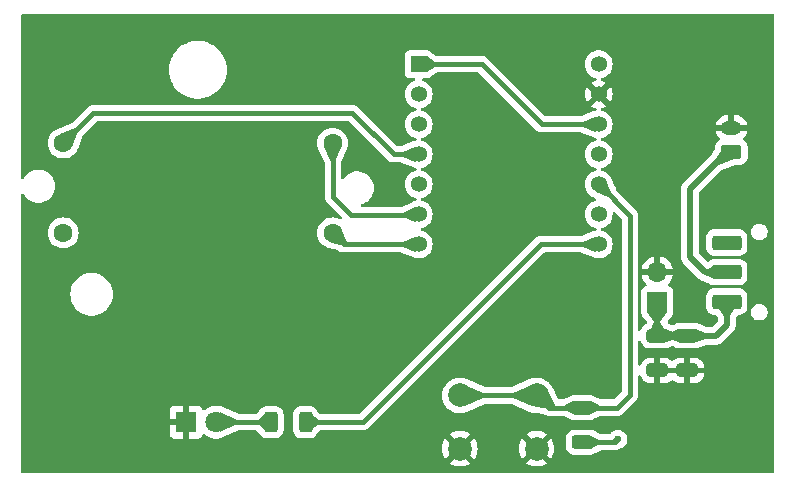
<source format=gbr>
%TF.GenerationSoftware,KiCad,Pcbnew,8.0.8*%
%TF.CreationDate,2025-02-27T22:43:42-08:00*%
%TF.ProjectId,display_pcb,64697370-6c61-4795-9f70-63622e6b6963,rev?*%
%TF.SameCoordinates,Original*%
%TF.FileFunction,Copper,L1,Top*%
%TF.FilePolarity,Positive*%
%FSLAX46Y46*%
G04 Gerber Fmt 4.6, Leading zero omitted, Abs format (unit mm)*
G04 Created by KiCad (PCBNEW 8.0.8) date 2025-02-27 22:43:43*
%MOMM*%
%LPD*%
G01*
G04 APERTURE LIST*
G04 Aperture macros list*
%AMRoundRect*
0 Rectangle with rounded corners*
0 $1 Rounding radius*
0 $2 $3 $4 $5 $6 $7 $8 $9 X,Y pos of 4 corners*
0 Add a 4 corners polygon primitive as box body*
4,1,4,$2,$3,$4,$5,$6,$7,$8,$9,$2,$3,0*
0 Add four circle primitives for the rounded corners*
1,1,$1+$1,$2,$3*
1,1,$1+$1,$4,$5*
1,1,$1+$1,$6,$7*
1,1,$1+$1,$8,$9*
0 Add four rect primitives between the rounded corners*
20,1,$1+$1,$2,$3,$4,$5,0*
20,1,$1+$1,$4,$5,$6,$7,0*
20,1,$1+$1,$6,$7,$8,$9,0*
20,1,$1+$1,$8,$9,$2,$3,0*%
G04 Aperture macros list end*
%TA.AperFunction,ComponentPad*%
%ADD10C,2.000000*%
%TD*%
%TA.AperFunction,SMDPad,CuDef*%
%ADD11RoundRect,0.250000X-0.650000X0.325000X-0.650000X-0.325000X0.650000X-0.325000X0.650000X0.325000X0*%
%TD*%
%TA.AperFunction,ComponentPad*%
%ADD12R,1.800000X1.800000*%
%TD*%
%TA.AperFunction,ComponentPad*%
%ADD13C,1.800000*%
%TD*%
%TA.AperFunction,SMDPad,CuDef*%
%ADD14RoundRect,0.250000X0.312500X0.625000X-0.312500X0.625000X-0.312500X-0.625000X0.312500X-0.625000X0*%
%TD*%
%TA.AperFunction,ComponentPad*%
%ADD15R,1.700000X1.700000*%
%TD*%
%TA.AperFunction,ComponentPad*%
%ADD16O,1.700000X1.700000*%
%TD*%
%TA.AperFunction,ComponentPad*%
%ADD17C,1.600000*%
%TD*%
%TA.AperFunction,SMDPad,CuDef*%
%ADD18RoundRect,0.250000X1.000000X-0.375000X1.000000X0.375000X-1.000000X0.375000X-1.000000X-0.375000X0*%
%TD*%
%TA.AperFunction,SMDPad,CuDef*%
%ADD19RoundRect,0.250000X0.625000X-0.312500X0.625000X0.312500X-0.625000X0.312500X-0.625000X-0.312500X0*%
%TD*%
%TA.AperFunction,ComponentPad*%
%ADD20RoundRect,0.250000X0.625000X-0.350000X0.625000X0.350000X-0.625000X0.350000X-0.625000X-0.350000X0*%
%TD*%
%TA.AperFunction,ComponentPad*%
%ADD21O,1.750000X1.200000*%
%TD*%
%TA.AperFunction,ComponentPad*%
%ADD22R,1.358000X1.358000*%
%TD*%
%TA.AperFunction,ComponentPad*%
%ADD23C,1.358000*%
%TD*%
%TA.AperFunction,ViaPad*%
%ADD24C,0.600000*%
%TD*%
%TA.AperFunction,Conductor*%
%ADD25C,0.508000*%
%TD*%
%TA.AperFunction,Conductor*%
%ADD26C,0.381000*%
%TD*%
G04 APERTURE END LIST*
D10*
%TO.P,SW2,1,1*%
%TO.N,Net-(U1-D9)*%
X148811500Y-110146000D03*
X155311500Y-110146000D03*
%TO.P,SW2,2,2*%
%TO.N,GND*%
X148811500Y-114646000D03*
X155311500Y-114646000D03*
%TD*%
D11*
%TO.P,C1,1*%
%TO.N,+BAT*%
X165523500Y-105079000D03*
%TO.P,C1,2*%
%TO.N,GND*%
X165523500Y-108029000D03*
%TD*%
%TO.P,C2,1*%
%TO.N,+BAT*%
X168063500Y-105079000D03*
%TO.P,C2,2*%
%TO.N,GND*%
X168063500Y-108029000D03*
%TD*%
D12*
%TO.P,D1,1,K*%
%TO.N,GND*%
X125640500Y-112396000D03*
D13*
%TO.P,D1,2,A*%
%TO.N,Net-(D1-A)*%
X128180500Y-112396000D03*
%TD*%
D14*
%TO.P,R1,1*%
%TO.N,Net-(U1-D7)*%
X135744000Y-112396000D03*
%TO.P,R1,2*%
%TO.N,Net-(D1-A)*%
X132819000Y-112396000D03*
%TD*%
D15*
%TO.P,J1,1,Pin_1*%
%TO.N,+BAT*%
X165523500Y-102236000D03*
D16*
%TO.P,J1,2,Pin_2*%
%TO.N,GND*%
X165523500Y-99696000D03*
%TD*%
D17*
%TO.P,M1,1*%
%TO.N,Net-(U1-D5)*%
X138031500Y-88774000D03*
%TO.P,M1,2,-*%
%TO.N,Net-(M1--)*%
X138031500Y-96374000D03*
%TO.P,M1,3*%
%TO.N,Net-(U1-D4)*%
X115231500Y-96374000D03*
%TO.P,M1,4*%
%TO.N,Net-(U1-D3)*%
X115231500Y-88774000D03*
%TD*%
D18*
%TO.P,SW1,1,A*%
%TO.N,+BAT*%
X171409500Y-102196000D03*
%TO.P,SW1,2,B*%
%TO.N,Net-(BT1-+)*%
X171409500Y-99696000D03*
%TO.P,SW1,3,C*%
%TO.N,unconnected-(SW1-C-Pad3)*%
X171409500Y-97196000D03*
%TD*%
D19*
%TO.P,R2,1*%
%TO.N,/3V3*%
X159143500Y-114100500D03*
%TO.P,R2,2*%
%TO.N,Net-(U1-D9)*%
X159143500Y-111175500D03*
%TD*%
D20*
%TO.P,BT1,1,+*%
%TO.N,Net-(BT1-+)*%
X171801500Y-89510000D03*
D21*
%TO.P,BT1,2,-*%
%TO.N,GND*%
X171801500Y-87510000D03*
%TD*%
D22*
%TO.P,U1,1,D0*%
%TO.N,/3V3*%
X145317500Y-82106000D03*
D23*
%TO.P,U1,2,D1*%
%TO.N,unconnected-(U1-D1-Pad2)*%
X145317500Y-84646000D03*
%TO.P,U1,3,D2*%
%TO.N,unconnected-(U1-D2-Pad3)*%
X145317500Y-87186000D03*
%TO.P,U1,4,D3*%
%TO.N,Net-(U1-D3)*%
X145317500Y-89726000D03*
%TO.P,U1,5,D4*%
%TO.N,Net-(U1-D4)*%
X145317500Y-92266000D03*
%TO.P,U1,6,D5*%
%TO.N,Net-(U1-D5)*%
X145317500Y-94806000D03*
%TO.P,U1,7,D6*%
%TO.N,Net-(M1--)*%
X145317500Y-97346000D03*
%TO.P,U1,8,D7*%
%TO.N,Net-(U1-D7)*%
X160557500Y-97346000D03*
%TO.P,U1,9,D8*%
%TO.N,/3V3*%
X160557500Y-94806000D03*
%TO.P,U1,10,D9*%
%TO.N,Net-(U1-D9)*%
X160557500Y-92266000D03*
%TO.P,U1,11,D10*%
%TO.N,unconnected-(U1-D10-Pad11)*%
X160557500Y-89726000D03*
%TO.P,U1,12,3V3*%
%TO.N,/3V3*%
X160557500Y-87186000D03*
%TO.P,U1,13,GND*%
%TO.N,GND*%
X160557500Y-84646000D03*
%TO.P,U1,14,5V*%
%TO.N,unconnected-(U1-5V-Pad14)*%
X160557500Y-82106000D03*
%TD*%
D24*
%TO.N,/3V3*%
X162191500Y-113846500D03*
%TD*%
D25*
%TO.N,Net-(BT1-+)*%
X171449500Y-89510000D02*
X168287500Y-92672000D01*
X171801500Y-89510000D02*
X171449500Y-89510000D01*
X168287500Y-98416000D02*
X169567500Y-99696000D01*
X169567500Y-99696000D02*
X171409500Y-99696000D01*
X168287500Y-92672000D02*
X168287500Y-98416000D01*
%TO.N,+BAT*%
X170514500Y-105079000D02*
X168063500Y-105079000D01*
X165523500Y-105079000D02*
X165523500Y-102236000D01*
X165523500Y-105079000D02*
X168063500Y-105079000D01*
X171409500Y-104184000D02*
X170514500Y-105079000D01*
X171409500Y-102196000D02*
X171409500Y-104184000D01*
D26*
%TO.N,Net-(D1-A)*%
X132819000Y-112396000D02*
X128180500Y-112396000D01*
%TO.N,Net-(U1-D3)*%
X139712500Y-86224000D02*
X117781500Y-86224000D01*
X143214500Y-89726000D02*
X139712500Y-86224000D01*
X117781500Y-86224000D02*
X115231500Y-88774000D01*
X145317500Y-89726000D02*
X143214500Y-89726000D01*
%TO.N,Net-(U1-D5)*%
X138061500Y-88804000D02*
X138061500Y-93336000D01*
X138061500Y-93336000D02*
X139585500Y-94860000D01*
X138031500Y-88774000D02*
X138061500Y-88804000D01*
X139585500Y-94860000D02*
X140347500Y-94860000D01*
X140350688Y-94856812D02*
X145266688Y-94856812D01*
X145266688Y-94856812D02*
X145317500Y-94806000D01*
X140347500Y-94860000D02*
X140350688Y-94856812D01*
%TO.N,Net-(M1--)*%
X139003500Y-97346000D02*
X138031500Y-96374000D01*
X145317500Y-97346000D02*
X139003500Y-97346000D01*
%TO.N,Net-(U1-D7)*%
X135744000Y-112396000D02*
X140591500Y-112396000D01*
X140591500Y-112396000D02*
X155641500Y-97346000D01*
X155641500Y-97346000D02*
X160557500Y-97346000D01*
%TO.N,/3V3*%
X145317500Y-82106000D02*
X150707500Y-82106000D01*
X150707500Y-82106000D02*
X155787500Y-87186000D01*
X161937500Y-114100500D02*
X159143500Y-114100500D01*
X162191500Y-113846500D02*
X161937500Y-114100500D01*
X155787500Y-87186000D02*
X160557500Y-87186000D01*
%TO.N,Net-(U1-D9)*%
X156341000Y-111175500D02*
X159143500Y-111175500D01*
X148811500Y-110146000D02*
X155311500Y-110146000D01*
X162132000Y-111175500D02*
X159143500Y-111175500D01*
X160557500Y-92266000D02*
X163207500Y-94916000D01*
X163207500Y-94916000D02*
X163207500Y-110100000D01*
X155311500Y-110146000D02*
X156341000Y-111175500D01*
X163207500Y-110100000D02*
X162132000Y-111175500D01*
%TD*%
%TA.AperFunction,Conductor*%
%TO.N,/3V3*%
G36*
X160295908Y-86563070D02*
G01*
X160302081Y-86569323D01*
X160556632Y-87181508D01*
X160556644Y-87190463D01*
X160556632Y-87190492D01*
X160302081Y-87802676D01*
X160295741Y-87808999D01*
X160286954Y-87809056D01*
X159206876Y-87379433D01*
X159200455Y-87373191D01*
X159199500Y-87368561D01*
X159199500Y-87003438D01*
X159202927Y-86995165D01*
X159206876Y-86992566D01*
X160286955Y-86562943D01*
X160295908Y-86563070D01*
G37*
%TD.AperFunction*%
%TD*%
%TA.AperFunction,Conductor*%
%TO.N,+BAT*%
G36*
X171417767Y-102203280D02*
G01*
X171417780Y-102203293D01*
X172028082Y-102814572D01*
X172031502Y-102822848D01*
X172029863Y-102828811D01*
X171666900Y-103440272D01*
X171659730Y-103445637D01*
X171656839Y-103446000D01*
X171162161Y-103446000D01*
X171153888Y-103442573D01*
X171152100Y-103440272D01*
X171083995Y-103325541D01*
X170789135Y-102828809D01*
X170787860Y-102819948D01*
X170790916Y-102814573D01*
X171401220Y-102203292D01*
X171409491Y-102199860D01*
X171417767Y-102203280D01*
G37*
%TD.AperFunction*%
%TD*%
%TA.AperFunction,Conductor*%
%TO.N,Net-(U1-D9)*%
G36*
X154933302Y-109232933D02*
G01*
X154933451Y-109233278D01*
X155310636Y-110141513D01*
X155310645Y-110150467D01*
X155310636Y-110150487D01*
X154933451Y-111058721D01*
X154927113Y-111065048D01*
X154918159Y-111065039D01*
X154917814Y-111064890D01*
X153318368Y-110339614D01*
X153312249Y-110333076D01*
X153311500Y-110328958D01*
X153311500Y-109963041D01*
X153314927Y-109954768D01*
X153318365Y-109952386D01*
X154917814Y-109227108D01*
X154926764Y-109226814D01*
X154933302Y-109232933D01*
G37*
%TD.AperFunction*%
%TD*%
%TA.AperFunction,Conductor*%
%TO.N,/3V3*%
G36*
X146004567Y-81432804D02*
G01*
X146670633Y-81911998D01*
X146675347Y-81919611D01*
X146675500Y-81921495D01*
X146675500Y-82290504D01*
X146672073Y-82298777D01*
X146670633Y-82300001D01*
X146004567Y-82779195D01*
X145995850Y-82781245D01*
X145989467Y-82777977D01*
X145324791Y-82114279D01*
X145321358Y-82106009D01*
X145324779Y-82097733D01*
X145324791Y-82097721D01*
X145989468Y-81434021D01*
X145997743Y-81430601D01*
X146004567Y-81432804D01*
G37*
%TD.AperFunction*%
%TD*%
%TA.AperFunction,Conductor*%
%TO.N,Net-(M1--)*%
G36*
X138768818Y-96072300D02*
G01*
X138775117Y-96078564D01*
X139211020Y-97113104D01*
X139227966Y-97153321D01*
X139228884Y-97157864D01*
X139228884Y-97521050D01*
X139225457Y-97529323D01*
X139217184Y-97532750D01*
X139214013Y-97532312D01*
X137738017Y-97116670D01*
X137730982Y-97111129D01*
X137729926Y-97102237D01*
X137730368Y-97100954D01*
X138028646Y-96378489D01*
X138034971Y-96372151D01*
X138034989Y-96372143D01*
X138759865Y-96072295D01*
X138768818Y-96072300D01*
G37*
%TD.AperFunction*%
%TD*%
%TA.AperFunction,Conductor*%
%TO.N,Net-(U1-D3)*%
G36*
X145055908Y-89103070D02*
G01*
X145062081Y-89109323D01*
X145316632Y-89721508D01*
X145316644Y-89730463D01*
X145316632Y-89730492D01*
X145062081Y-90342676D01*
X145055741Y-90348999D01*
X145046954Y-90349056D01*
X143966876Y-89919433D01*
X143960455Y-89913191D01*
X143959500Y-89908561D01*
X143959500Y-89543438D01*
X143962927Y-89535165D01*
X143966876Y-89532566D01*
X145046955Y-89102943D01*
X145055908Y-89103070D01*
G37*
%TD.AperFunction*%
%TD*%
%TA.AperFunction,Conductor*%
%TO.N,+BAT*%
G36*
X165778905Y-103932427D02*
G01*
X165780848Y-103934997D01*
X166094192Y-104496284D01*
X166095232Y-104505178D01*
X166092256Y-104510253D01*
X165531780Y-105071705D01*
X165523510Y-105075139D01*
X165515234Y-105071719D01*
X165515220Y-105071705D01*
X164954743Y-104510253D01*
X164951323Y-104501977D01*
X164952806Y-104496285D01*
X165266152Y-103934996D01*
X165273177Y-103929444D01*
X165276368Y-103929000D01*
X165770632Y-103929000D01*
X165778905Y-103932427D01*
G37*
%TD.AperFunction*%
%TD*%
%TA.AperFunction,Conductor*%
%TO.N,+BAT*%
G36*
X166275303Y-104525568D02*
G01*
X166991277Y-104822009D01*
X166997609Y-104828339D01*
X166998500Y-104832818D01*
X166998500Y-105325181D01*
X166995073Y-105333454D01*
X166991276Y-105335991D01*
X166275307Y-105632429D01*
X166266352Y-105632428D01*
X166263843Y-105631003D01*
X165864233Y-105333454D01*
X165535101Y-105088382D01*
X165530513Y-105080695D01*
X165532706Y-105072012D01*
X165535099Y-105069618D01*
X166263845Y-104526995D01*
X166272526Y-104524803D01*
X166275303Y-104525568D01*
G37*
%TD.AperFunction*%
%TD*%
%TA.AperFunction,Conductor*%
%TO.N,/3V3*%
G36*
X159870625Y-113560208D02*
G01*
X159872963Y-113561359D01*
X160574469Y-113906784D01*
X160580377Y-113913513D01*
X160581000Y-113917280D01*
X160581000Y-114283719D01*
X160577573Y-114291992D01*
X160574469Y-114294215D01*
X159870628Y-114640790D01*
X159861692Y-114641371D01*
X159858421Y-114639640D01*
X159395464Y-114291000D01*
X159154909Y-114109845D01*
X159150362Y-114102132D01*
X159152602Y-114093462D01*
X159154908Y-114091155D01*
X159858423Y-113561358D01*
X159867091Y-113559119D01*
X159870625Y-113560208D01*
G37*
%TD.AperFunction*%
%TD*%
%TA.AperFunction,Conductor*%
%TO.N,Net-(U1-D9)*%
G36*
X158428576Y-110636358D02*
G01*
X158796707Y-110913587D01*
X159132089Y-111166154D01*
X159136637Y-111173868D01*
X159134397Y-111182538D01*
X159132089Y-111184846D01*
X158428578Y-111714640D01*
X158419908Y-111716880D01*
X158416371Y-111715790D01*
X157712531Y-111369215D01*
X157706623Y-111362486D01*
X157706000Y-111358719D01*
X157706000Y-110992280D01*
X157709427Y-110984007D01*
X157712531Y-110981784D01*
X158416373Y-110635208D01*
X158425307Y-110634628D01*
X158428576Y-110636358D01*
G37*
%TD.AperFunction*%
%TD*%
%TA.AperFunction,Conductor*%
%TO.N,+BAT*%
G36*
X168815303Y-104525568D02*
G01*
X169531277Y-104822009D01*
X169537609Y-104828339D01*
X169538500Y-104832818D01*
X169538500Y-105325181D01*
X169535073Y-105333454D01*
X169531276Y-105335991D01*
X168815307Y-105632429D01*
X168806352Y-105632428D01*
X168803843Y-105631003D01*
X168404233Y-105333454D01*
X168075101Y-105088382D01*
X168070513Y-105080695D01*
X168072706Y-105072012D01*
X168075099Y-105069618D01*
X168803845Y-104526995D01*
X168812526Y-104524803D01*
X168815303Y-104525568D01*
G37*
%TD.AperFunction*%
%TD*%
%TA.AperFunction,Conductor*%
%TO.N,Net-(U1-D5)*%
G36*
X145062148Y-94189495D02*
G01*
X145062274Y-94189788D01*
X145316632Y-94801508D01*
X145316644Y-94810463D01*
X145316632Y-94810492D01*
X145061917Y-95423069D01*
X145055577Y-95429392D01*
X145047202Y-95429604D01*
X143977395Y-95050074D01*
X143970744Y-95044078D01*
X143969607Y-95039047D01*
X143969607Y-94673889D01*
X143973034Y-94665616D01*
X143976518Y-94663214D01*
X145046686Y-94183602D01*
X145055637Y-94183347D01*
X145062148Y-94189495D01*
G37*
%TD.AperFunction*%
%TD*%
%TA.AperFunction,Conductor*%
%TO.N,/3V3*%
G36*
X161987537Y-113642499D02*
G01*
X162190828Y-113844836D01*
X162193397Y-113848685D01*
X162301284Y-114111436D01*
X162301257Y-114120391D01*
X162294905Y-114126703D01*
X162293558Y-114127163D01*
X161711507Y-114286938D01*
X161702622Y-114285823D01*
X161697127Y-114278752D01*
X161696710Y-114275655D01*
X161696710Y-113914932D01*
X161700137Y-113906659D01*
X161700190Y-113906606D01*
X161971116Y-113642414D01*
X161979430Y-113639093D01*
X161987537Y-113642499D01*
G37*
%TD.AperFunction*%
%TD*%
%TA.AperFunction,Conductor*%
%TO.N,Net-(U1-D9)*%
G36*
X149204840Y-109226960D02*
G01*
X149205185Y-109227109D01*
X149396328Y-109313783D01*
X150804633Y-109952386D01*
X150810751Y-109958923D01*
X150811500Y-109963041D01*
X150811500Y-110328958D01*
X150808073Y-110337231D01*
X150804632Y-110339614D01*
X149205185Y-111064890D01*
X149196235Y-111065185D01*
X149189697Y-111059066D01*
X149189566Y-111058764D01*
X148812362Y-110150485D01*
X148812354Y-110141535D01*
X149189549Y-109233276D01*
X149195886Y-109226951D01*
X149204840Y-109226960D01*
G37*
%TD.AperFunction*%
%TD*%
%TA.AperFunction,Conductor*%
%TO.N,+BAT*%
G36*
X167320647Y-104525571D02*
G01*
X167323153Y-104526994D01*
X167733876Y-104832818D01*
X168051897Y-105069616D01*
X168056486Y-105077305D01*
X168054293Y-105085988D01*
X168051897Y-105088384D01*
X167323156Y-105631003D01*
X167314473Y-105633196D01*
X167311692Y-105632429D01*
X166595724Y-105335991D01*
X166589391Y-105329660D01*
X166588500Y-105325181D01*
X166588500Y-104832818D01*
X166591927Y-104824545D01*
X166595720Y-104822010D01*
X167311694Y-104525570D01*
X167320647Y-104525571D01*
G37*
%TD.AperFunction*%
%TD*%
%TA.AperFunction,Conductor*%
%TO.N,Net-(M1--)*%
G36*
X145055908Y-96723070D02*
G01*
X145062081Y-96729323D01*
X145316632Y-97341508D01*
X145316644Y-97350463D01*
X145316632Y-97350492D01*
X145062081Y-97962676D01*
X145055741Y-97968999D01*
X145046954Y-97969056D01*
X143966876Y-97539433D01*
X143960455Y-97533191D01*
X143959500Y-97528561D01*
X143959500Y-97163438D01*
X143962927Y-97155165D01*
X143966876Y-97152566D01*
X145046955Y-96722943D01*
X145055908Y-96723070D01*
G37*
%TD.AperFunction*%
%TD*%
%TA.AperFunction,Conductor*%
%TO.N,Net-(U1-D7)*%
G36*
X160295908Y-96723070D02*
G01*
X160302081Y-96729323D01*
X160556632Y-97341508D01*
X160556644Y-97350463D01*
X160556632Y-97350492D01*
X160302081Y-97962676D01*
X160295741Y-97968999D01*
X160286954Y-97969056D01*
X159206876Y-97539433D01*
X159200455Y-97533191D01*
X159199500Y-97528561D01*
X159199500Y-97163438D01*
X159202927Y-97155165D01*
X159206876Y-97152566D01*
X160286955Y-96722943D01*
X160295908Y-96723070D01*
G37*
%TD.AperFunction*%
%TD*%
%TA.AperFunction,Conductor*%
%TO.N,Net-(U1-D7)*%
G36*
X136314462Y-111838766D02*
G01*
X136544213Y-111990708D01*
X136863754Y-112202031D01*
X136868764Y-112209452D01*
X136869000Y-112211789D01*
X136869000Y-112580210D01*
X136865573Y-112588483D01*
X136863754Y-112589969D01*
X136314462Y-112953233D01*
X136305671Y-112954938D01*
X136299742Y-112951754D01*
X135751293Y-112404278D01*
X135747860Y-112396010D01*
X135751279Y-112387735D01*
X136299743Y-111840244D01*
X136308018Y-111836825D01*
X136314462Y-111838766D01*
G37*
%TD.AperFunction*%
%TD*%
%TA.AperFunction,Conductor*%
%TO.N,Net-(U1-D5)*%
G36*
X138759918Y-89075706D02*
G01*
X138766243Y-89082045D01*
X138766281Y-89090880D01*
X138254952Y-90360703D01*
X138248683Y-90367098D01*
X138244099Y-90368033D01*
X137878570Y-90368033D01*
X137870297Y-90364606D01*
X137867898Y-90361128D01*
X137297328Y-89091126D01*
X137297063Y-89082175D01*
X137303205Y-89075659D01*
X137303429Y-89075561D01*
X138027012Y-88774864D01*
X138035961Y-88774854D01*
X138759918Y-89075706D01*
G37*
%TD.AperFunction*%
%TD*%
%TA.AperFunction,Conductor*%
%TO.N,Net-(U1-D9)*%
G36*
X156234519Y-109767381D02*
G01*
X156240367Y-109772695D01*
X156883698Y-110982423D01*
X156885068Y-110987917D01*
X156885068Y-111352550D01*
X156881641Y-111360823D01*
X156873368Y-111364250D01*
X156871748Y-111364137D01*
X155321569Y-111147407D01*
X155313850Y-111142868D01*
X155311489Y-111135834D01*
X155310507Y-110153826D01*
X155313926Y-110145552D01*
X155317730Y-110143008D01*
X156225565Y-109767378D01*
X156234519Y-109767381D01*
G37*
%TD.AperFunction*%
%TD*%
%TA.AperFunction,Conductor*%
%TO.N,+BAT*%
G36*
X165531766Y-102243276D02*
G01*
X166215276Y-102927590D01*
X166366561Y-103079053D01*
X166369983Y-103087328D01*
X166367863Y-103094038D01*
X165780994Y-103931017D01*
X165773438Y-103935824D01*
X165771414Y-103936000D01*
X165275586Y-103936000D01*
X165267313Y-103932573D01*
X165266006Y-103931017D01*
X164679136Y-103094038D01*
X164677192Y-103085297D01*
X164680437Y-103079054D01*
X165515223Y-102243286D01*
X165523493Y-102239855D01*
X165531766Y-102243276D01*
G37*
%TD.AperFunction*%
%TD*%
%TA.AperFunction,Conductor*%
%TO.N,Net-(BT1-+)*%
G36*
X171794788Y-89508371D02*
G01*
X171802576Y-89512792D01*
X171804488Y-89516410D01*
X171991392Y-90099445D01*
X171990654Y-90108370D01*
X171984419Y-90113949D01*
X170731305Y-90591787D01*
X170722353Y-90591533D01*
X170718863Y-90589128D01*
X170371822Y-90242087D01*
X170368395Y-90233814D01*
X170370385Y-90227287D01*
X170922486Y-89406480D01*
X170929947Y-89401529D01*
X170933633Y-89401400D01*
X171794788Y-89508371D01*
G37*
%TD.AperFunction*%
%TD*%
%TA.AperFunction,Conductor*%
%TO.N,Net-(U1-D9)*%
G36*
X161183119Y-92010564D02*
G01*
X161189371Y-92016736D01*
X161566243Y-92891451D01*
X161649314Y-93084256D01*
X161649441Y-93093210D01*
X161646842Y-93097159D01*
X161388659Y-93355342D01*
X161380386Y-93358769D01*
X161375757Y-93357814D01*
X160308236Y-92897871D01*
X160301995Y-92891451D01*
X160302052Y-92882664D01*
X160554938Y-92269787D01*
X160561258Y-92263450D01*
X161174165Y-92010552D01*
X161183119Y-92010564D01*
G37*
%TD.AperFunction*%
%TD*%
%TA.AperFunction,Conductor*%
%TO.N,Net-(D1-A)*%
G36*
X128535623Y-111569226D02*
G01*
X128535818Y-111569309D01*
X129973515Y-112202424D01*
X129979706Y-112208895D01*
X129980500Y-112213132D01*
X129980500Y-112578867D01*
X129977073Y-112587140D01*
X129973515Y-112589575D01*
X128535850Y-113222676D01*
X128526898Y-113222874D01*
X128520427Y-113216683D01*
X128520330Y-113216456D01*
X128258902Y-112587140D01*
X128181363Y-112400487D01*
X128181355Y-112391534D01*
X128181364Y-112391512D01*
X128257226Y-112208895D01*
X128520331Y-111575541D01*
X128526669Y-111569217D01*
X128535623Y-111569226D01*
G37*
%TD.AperFunction*%
%TD*%
%TA.AperFunction,Conductor*%
%TO.N,Net-(BT1-+)*%
G36*
X170238782Y-99147066D02*
G01*
X171389436Y-99686961D01*
X171395469Y-99693577D01*
X171395057Y-99702522D01*
X171390120Y-99707795D01*
X170319076Y-100299073D01*
X170310177Y-100300071D01*
X170308412Y-100299404D01*
X170307713Y-100299073D01*
X169996235Y-100151515D01*
X169379564Y-99859377D01*
X169373554Y-99852738D01*
X169373999Y-99843794D01*
X169376297Y-99840533D01*
X169723007Y-99493823D01*
X169724653Y-99492455D01*
X170227201Y-99148007D01*
X170235962Y-99146158D01*
X170238782Y-99147066D01*
G37*
%TD.AperFunction*%
%TD*%
%TA.AperFunction,Conductor*%
%TO.N,Net-(D1-A)*%
G36*
X132263257Y-111840245D02*
G01*
X132811705Y-112387720D01*
X132815139Y-112395990D01*
X132811719Y-112404266D01*
X132811705Y-112404280D01*
X132263257Y-112951754D01*
X132254981Y-112955174D01*
X132248537Y-112953233D01*
X131699246Y-112589969D01*
X131694236Y-112582547D01*
X131694000Y-112580210D01*
X131694000Y-112211789D01*
X131697427Y-112203516D01*
X131699241Y-112202033D01*
X132248537Y-111838765D01*
X132257328Y-111837061D01*
X132263257Y-111840245D01*
G37*
%TD.AperFunction*%
%TD*%
%TA.AperFunction,Conductor*%
%TO.N,Net-(U1-D9)*%
G36*
X159870625Y-110635208D02*
G01*
X159872963Y-110636359D01*
X160574469Y-110981784D01*
X160580377Y-110988513D01*
X160581000Y-110992280D01*
X160581000Y-111358719D01*
X160577573Y-111366992D01*
X160574469Y-111369215D01*
X159870628Y-111715790D01*
X159861692Y-111716371D01*
X159858421Y-111714640D01*
X159395464Y-111366000D01*
X159154909Y-111184845D01*
X159150362Y-111177132D01*
X159152602Y-111168462D01*
X159154908Y-111166155D01*
X159858423Y-110636358D01*
X159867091Y-110634119D01*
X159870625Y-110635208D01*
G37*
%TD.AperFunction*%
%TD*%
%TA.AperFunction,Conductor*%
%TO.N,Net-(U1-D3)*%
G36*
X116229938Y-87510905D02*
G01*
X116233644Y-87513404D01*
X116492095Y-87771855D01*
X116495522Y-87780128D01*
X116494668Y-87784515D01*
X115975022Y-89069222D01*
X115968743Y-89075607D01*
X115959789Y-89075681D01*
X115959730Y-89075657D01*
X115645789Y-88946043D01*
X115235287Y-88776562D01*
X115228948Y-88770237D01*
X115228937Y-88770212D01*
X114929849Y-88045785D01*
X114929860Y-88036833D01*
X114936197Y-88030509D01*
X116220984Y-87510831D01*
X116229938Y-87510905D01*
G37*
%TD.AperFunction*%
%TD*%
%TA.AperFunction,Conductor*%
%TO.N,GND*%
G36*
X175380039Y-77864185D02*
G01*
X175425794Y-77916989D01*
X175437000Y-77968500D01*
X175437000Y-116597500D01*
X175417315Y-116664539D01*
X175364511Y-116710294D01*
X175313000Y-116721500D01*
X111792000Y-116721500D01*
X111724961Y-116701815D01*
X111679206Y-116649011D01*
X111668000Y-116597500D01*
X111668000Y-114645994D01*
X147306359Y-114645994D01*
X147306359Y-114646005D01*
X147326885Y-114893729D01*
X147326887Y-114893738D01*
X147387912Y-115134717D01*
X147487767Y-115362367D01*
X147588062Y-115515881D01*
X148287712Y-114816233D01*
X148298982Y-114858292D01*
X148371390Y-114983708D01*
X148473792Y-115086110D01*
X148599208Y-115158518D01*
X148641266Y-115169787D01*
X147941443Y-115869609D01*
X147988268Y-115906055D01*
X147988271Y-115906057D01*
X148206885Y-116024364D01*
X148206896Y-116024369D01*
X148442006Y-116105083D01*
X148687207Y-116146000D01*
X148935793Y-116146000D01*
X149180993Y-116105083D01*
X149416103Y-116024369D01*
X149416114Y-116024364D01*
X149634730Y-115906056D01*
X149634736Y-115906051D01*
X149681555Y-115869610D01*
X149681556Y-115869609D01*
X148981733Y-115169787D01*
X149023792Y-115158518D01*
X149149208Y-115086110D01*
X149251610Y-114983708D01*
X149324018Y-114858292D01*
X149335287Y-114816234D01*
X150034935Y-115515882D01*
X150135233Y-115362364D01*
X150235087Y-115134717D01*
X150296112Y-114893738D01*
X150296114Y-114893729D01*
X150316641Y-114646005D01*
X150316641Y-114645994D01*
X153806359Y-114645994D01*
X153806359Y-114646005D01*
X153826885Y-114893729D01*
X153826887Y-114893738D01*
X153887912Y-115134717D01*
X153987767Y-115362367D01*
X154088062Y-115515881D01*
X154787712Y-114816233D01*
X154798982Y-114858292D01*
X154871390Y-114983708D01*
X154973792Y-115086110D01*
X155099208Y-115158518D01*
X155141266Y-115169787D01*
X154441443Y-115869609D01*
X154488268Y-115906055D01*
X154488271Y-115906057D01*
X154706885Y-116024364D01*
X154706896Y-116024369D01*
X154942006Y-116105083D01*
X155187207Y-116146000D01*
X155435793Y-116146000D01*
X155680993Y-116105083D01*
X155916103Y-116024369D01*
X155916114Y-116024364D01*
X156134730Y-115906056D01*
X156134736Y-115906051D01*
X156181555Y-115869610D01*
X156181556Y-115869609D01*
X155481733Y-115169787D01*
X155523792Y-115158518D01*
X155649208Y-115086110D01*
X155751610Y-114983708D01*
X155824018Y-114858292D01*
X155835287Y-114816234D01*
X156534935Y-115515882D01*
X156635233Y-115362364D01*
X156735087Y-115134717D01*
X156796112Y-114893738D01*
X156796114Y-114893729D01*
X156816641Y-114646005D01*
X156816641Y-114645994D01*
X156796114Y-114398270D01*
X156796112Y-114398261D01*
X156735087Y-114157282D01*
X156635232Y-113929632D01*
X156534935Y-113776116D01*
X155835287Y-114475765D01*
X155824018Y-114433708D01*
X155751610Y-114308292D01*
X155649208Y-114205890D01*
X155523792Y-114133482D01*
X155481733Y-114122212D01*
X155865961Y-113737983D01*
X157768000Y-113737983D01*
X157768000Y-114463001D01*
X157768001Y-114463019D01*
X157778500Y-114565796D01*
X157778501Y-114565799D01*
X157833685Y-114732331D01*
X157833687Y-114732336D01*
X157853801Y-114764946D01*
X157925788Y-114881656D01*
X158049844Y-115005712D01*
X158199166Y-115097814D01*
X158365703Y-115152999D01*
X158468491Y-115163500D01*
X159818508Y-115163499D01*
X159921297Y-115152999D01*
X160004565Y-115125406D01*
X160087832Y-115097815D01*
X160088477Y-115097514D01*
X160097292Y-115092639D01*
X160682957Y-114804255D01*
X160737734Y-114791500D01*
X161686113Y-114791500D01*
X161694942Y-114791814D01*
X161702563Y-114792359D01*
X161702573Y-114792357D01*
X161704110Y-114792317D01*
X161717160Y-114791500D01*
X162005560Y-114791500D01*
X162095370Y-114773634D01*
X162139057Y-114764945D01*
X162264811Y-114712856D01*
X162291828Y-114694804D01*
X162377987Y-114637235D01*
X162377987Y-114637234D01*
X162383053Y-114633850D01*
X162384011Y-114635284D01*
X162420003Y-114616653D01*
X162427370Y-114614631D01*
X162456923Y-114605538D01*
X162458270Y-114605078D01*
X162497440Y-114587919D01*
X162506211Y-114584469D01*
X162541022Y-114572289D01*
X162693762Y-114476316D01*
X162821316Y-114348762D01*
X162917289Y-114196022D01*
X162976868Y-114025755D01*
X162987698Y-113929637D01*
X162997065Y-113846503D01*
X162997065Y-113846496D01*
X162976869Y-113667250D01*
X162976868Y-113667245D01*
X162931673Y-113538086D01*
X162917289Y-113496978D01*
X162912688Y-113489656D01*
X162853576Y-113395580D01*
X162821316Y-113344238D01*
X162693762Y-113216684D01*
X162659712Y-113195289D01*
X162541023Y-113120711D01*
X162370754Y-113061131D01*
X162370749Y-113061130D01*
X162191504Y-113040935D01*
X162191496Y-113040935D01*
X162012250Y-113061130D01*
X162012245Y-113061131D01*
X161841976Y-113120711D01*
X161689238Y-113216684D01*
X161689235Y-113216686D01*
X161651681Y-113254239D01*
X161637064Y-113266745D01*
X161618204Y-113280497D01*
X161618201Y-113280500D01*
X161522034Y-113374278D01*
X161460294Y-113406988D01*
X161435463Y-113409500D01*
X160737736Y-113409500D01*
X160682959Y-113396745D01*
X160097286Y-113108357D01*
X160088481Y-113103488D01*
X160087830Y-113103184D01*
X160074685Y-113098828D01*
X160067911Y-113096362D01*
X160019485Y-113077122D01*
X160015962Y-113076037D01*
X160015948Y-113076034D01*
X160005067Y-113074212D01*
X159986545Y-113069621D01*
X159921300Y-113048001D01*
X159818510Y-113037500D01*
X158468498Y-113037500D01*
X158468481Y-113037501D01*
X158365703Y-113048000D01*
X158365700Y-113048001D01*
X158199168Y-113103185D01*
X158199163Y-113103187D01*
X158049842Y-113195289D01*
X157925789Y-113319342D01*
X157833687Y-113468663D01*
X157833685Y-113468668D01*
X157826730Y-113489657D01*
X157778501Y-113635203D01*
X157778501Y-113635204D01*
X157778500Y-113635204D01*
X157768000Y-113737983D01*
X155865961Y-113737983D01*
X156181555Y-113422389D01*
X156181555Y-113422388D01*
X156134736Y-113385947D01*
X156134731Y-113385944D01*
X155916114Y-113267635D01*
X155916103Y-113267630D01*
X155680993Y-113186916D01*
X155435793Y-113146000D01*
X155187207Y-113146000D01*
X154942006Y-113186916D01*
X154706896Y-113267630D01*
X154706885Y-113267635D01*
X154488270Y-113385943D01*
X154441443Y-113422389D01*
X155141266Y-114122212D01*
X155099208Y-114133482D01*
X154973792Y-114205890D01*
X154871390Y-114308292D01*
X154798982Y-114433708D01*
X154787712Y-114475766D01*
X154088063Y-113776117D01*
X153987767Y-113929633D01*
X153987765Y-113929637D01*
X153887912Y-114157282D01*
X153826887Y-114398261D01*
X153826885Y-114398270D01*
X153806359Y-114645994D01*
X150316641Y-114645994D01*
X150296114Y-114398270D01*
X150296112Y-114398261D01*
X150235087Y-114157282D01*
X150135232Y-113929632D01*
X150034935Y-113776116D01*
X149335287Y-114475765D01*
X149324018Y-114433708D01*
X149251610Y-114308292D01*
X149149208Y-114205890D01*
X149023792Y-114133482D01*
X148981733Y-114122212D01*
X149681555Y-113422389D01*
X149681555Y-113422388D01*
X149634736Y-113385947D01*
X149634731Y-113385944D01*
X149416114Y-113267635D01*
X149416103Y-113267630D01*
X149180993Y-113186916D01*
X148935793Y-113146000D01*
X148687207Y-113146000D01*
X148442006Y-113186916D01*
X148206896Y-113267630D01*
X148206885Y-113267635D01*
X147988270Y-113385943D01*
X147941443Y-113422389D01*
X148641266Y-114122212D01*
X148599208Y-114133482D01*
X148473792Y-114205890D01*
X148371390Y-114308292D01*
X148298982Y-114433708D01*
X148287712Y-114475766D01*
X147588063Y-113776117D01*
X147487767Y-113929633D01*
X147487765Y-113929637D01*
X147387912Y-114157282D01*
X147326887Y-114398261D01*
X147326885Y-114398270D01*
X147306359Y-114645994D01*
X111668000Y-114645994D01*
X111668000Y-111448155D01*
X124240500Y-111448155D01*
X124240500Y-112146000D01*
X125265222Y-112146000D01*
X125221167Y-112222306D01*
X125190500Y-112336756D01*
X125190500Y-112455244D01*
X125221167Y-112569694D01*
X125265222Y-112646000D01*
X124240500Y-112646000D01*
X124240500Y-113343844D01*
X124246901Y-113403372D01*
X124246903Y-113403379D01*
X124297145Y-113538086D01*
X124297149Y-113538093D01*
X124383309Y-113653187D01*
X124383312Y-113653190D01*
X124498406Y-113739350D01*
X124498413Y-113739354D01*
X124633120Y-113789596D01*
X124633127Y-113789598D01*
X124692655Y-113795999D01*
X124692672Y-113796000D01*
X125390500Y-113796000D01*
X125390500Y-112771277D01*
X125466806Y-112815333D01*
X125581256Y-112846000D01*
X125699744Y-112846000D01*
X125814194Y-112815333D01*
X125890500Y-112771277D01*
X125890500Y-113796000D01*
X126588328Y-113796000D01*
X126588344Y-113795999D01*
X126647872Y-113789598D01*
X126647879Y-113789596D01*
X126782586Y-113739354D01*
X126782593Y-113739350D01*
X126897687Y-113653190D01*
X126897690Y-113653187D01*
X126983850Y-113538093D01*
X126983855Y-113538084D01*
X127012575Y-113461081D01*
X127054445Y-113405147D01*
X127119909Y-113380729D01*
X127188182Y-113395580D01*
X127219984Y-113420428D01*
X127228716Y-113429913D01*
X127228719Y-113429915D01*
X127228722Y-113429918D01*
X127411865Y-113572464D01*
X127411871Y-113572468D01*
X127411874Y-113572470D01*
X127527794Y-113635203D01*
X127611922Y-113680731D01*
X127615997Y-113682936D01*
X127729987Y-113722068D01*
X127835515Y-113758297D01*
X127835517Y-113758297D01*
X127835519Y-113758298D01*
X128064451Y-113796500D01*
X128064452Y-113796500D01*
X128296548Y-113796500D01*
X128296549Y-113796500D01*
X128525481Y-113758298D01*
X128728289Y-113688673D01*
X128735212Y-113686521D01*
X128739577Y-113685305D01*
X128739895Y-113685164D01*
X128740169Y-113685058D01*
X128744993Y-113682939D01*
X128745003Y-113682936D01*
X128745011Y-113682931D01*
X128749448Y-113680983D01*
X128749939Y-113680741D01*
X130074346Y-113097516D01*
X130124320Y-113087000D01*
X131497114Y-113087000D01*
X131564153Y-113106685D01*
X131565510Y-113107569D01*
X131698149Y-113195288D01*
X131758998Y-113235529D01*
X131804058Y-113288928D01*
X131808303Y-113299950D01*
X131814730Y-113319344D01*
X131821686Y-113340334D01*
X131913788Y-113489656D01*
X132037844Y-113613712D01*
X132187166Y-113705814D01*
X132353703Y-113760999D01*
X132456491Y-113771500D01*
X133181508Y-113771499D01*
X133181516Y-113771498D01*
X133181519Y-113771498D01*
X133237802Y-113765748D01*
X133284297Y-113760999D01*
X133450834Y-113705814D01*
X133600156Y-113613712D01*
X133724212Y-113489656D01*
X133816314Y-113340334D01*
X133871499Y-113173797D01*
X133882000Y-113071009D01*
X133881999Y-111720992D01*
X133881104Y-111712235D01*
X133871499Y-111618203D01*
X133871498Y-111618200D01*
X133867313Y-111605570D01*
X133816314Y-111451666D01*
X133724212Y-111302344D01*
X133600156Y-111178288D01*
X133487925Y-111109064D01*
X133450836Y-111086187D01*
X133450831Y-111086185D01*
X133429718Y-111079189D01*
X133284297Y-111031001D01*
X133284295Y-111031000D01*
X133181510Y-111020500D01*
X132456498Y-111020500D01*
X132456480Y-111020501D01*
X132353703Y-111031000D01*
X132353700Y-111031001D01*
X132187168Y-111086185D01*
X132187163Y-111086187D01*
X132037842Y-111178289D01*
X131913789Y-111302342D01*
X131821687Y-111451663D01*
X131821686Y-111451666D01*
X131808307Y-111492043D01*
X131808306Y-111492045D01*
X131768532Y-111549490D01*
X131759004Y-111556465D01*
X131565511Y-111684428D01*
X131498738Y-111704989D01*
X131497113Y-111705000D01*
X130124323Y-111705000D01*
X130074348Y-111694484D01*
X128749697Y-111111150D01*
X128749224Y-111110919D01*
X128745006Y-111109065D01*
X128745003Y-111109064D01*
X128744999Y-111109062D01*
X128740537Y-111107102D01*
X128740242Y-111106986D01*
X128739520Y-111106668D01*
X128733919Y-111104243D01*
X128733792Y-111104189D01*
X128733597Y-111104106D01*
X128733593Y-111104104D01*
X128733580Y-111104099D01*
X128678530Y-111084347D01*
X128672485Y-111082841D01*
X128672519Y-111082704D01*
X128657981Y-111079189D01*
X128636313Y-111071750D01*
X128525484Y-111033702D01*
X128337904Y-111002401D01*
X128296549Y-110995500D01*
X128064451Y-110995500D01*
X128023096Y-111002401D01*
X127835515Y-111033702D01*
X127616004Y-111109061D01*
X127615995Y-111109064D01*
X127411871Y-111219531D01*
X127411865Y-111219535D01*
X127228722Y-111362081D01*
X127228715Y-111362087D01*
X127219984Y-111371572D01*
X127160095Y-111407561D01*
X127090257Y-111405458D01*
X127032643Y-111365932D01*
X127012575Y-111330918D01*
X126983855Y-111253915D01*
X126983850Y-111253906D01*
X126897690Y-111138812D01*
X126897687Y-111138809D01*
X126782593Y-111052649D01*
X126782586Y-111052645D01*
X126647879Y-111002403D01*
X126647872Y-111002401D01*
X126588344Y-110996000D01*
X125890500Y-110996000D01*
X125890500Y-112020722D01*
X125814194Y-111976667D01*
X125699744Y-111946000D01*
X125581256Y-111946000D01*
X125466806Y-111976667D01*
X125390500Y-112020722D01*
X125390500Y-110996000D01*
X124692655Y-110996000D01*
X124633127Y-111002401D01*
X124633120Y-111002403D01*
X124498413Y-111052645D01*
X124498406Y-111052649D01*
X124383312Y-111138809D01*
X124383309Y-111138812D01*
X124297149Y-111253906D01*
X124297145Y-111253913D01*
X124246903Y-111388620D01*
X124246901Y-111388627D01*
X124240500Y-111448155D01*
X111668000Y-111448155D01*
X111668000Y-101573995D01*
X115825951Y-101573995D01*
X115825951Y-101574004D01*
X115846116Y-101843101D01*
X115906164Y-102106188D01*
X115906166Y-102106195D01*
X116004757Y-102357398D01*
X116139685Y-102591102D01*
X116245506Y-102723797D01*
X116307942Y-102802089D01*
X116404496Y-102891677D01*
X116505759Y-102985635D01*
X116728726Y-103137651D01*
X116971859Y-103254738D01*
X117229728Y-103334280D01*
X117229729Y-103334280D01*
X117229732Y-103334281D01*
X117496563Y-103374499D01*
X117496568Y-103374499D01*
X117496571Y-103374500D01*
X117496572Y-103374500D01*
X117766428Y-103374500D01*
X117766429Y-103374500D01*
X117766436Y-103374499D01*
X118033267Y-103334281D01*
X118033268Y-103334280D01*
X118033272Y-103334280D01*
X118291141Y-103254738D01*
X118534275Y-103137651D01*
X118757241Y-102985635D01*
X118955061Y-102802085D01*
X119123315Y-102591102D01*
X119258243Y-102357398D01*
X119356834Y-102106195D01*
X119416883Y-101843103D01*
X119437049Y-101574000D01*
X119431628Y-101501666D01*
X119416883Y-101304898D01*
X119410862Y-101278517D01*
X119356834Y-101041805D01*
X119258243Y-100790602D01*
X119123315Y-100556898D01*
X118955061Y-100345915D01*
X118955060Y-100345914D01*
X118955057Y-100345910D01*
X118757241Y-100162365D01*
X118696583Y-100121009D01*
X118534275Y-100010349D01*
X118534269Y-100010346D01*
X118534268Y-100010345D01*
X118534267Y-100010344D01*
X118291143Y-99893263D01*
X118291145Y-99893263D01*
X118033273Y-99813720D01*
X118033267Y-99813718D01*
X117766436Y-99773500D01*
X117766429Y-99773500D01*
X117496571Y-99773500D01*
X117496563Y-99773500D01*
X117229732Y-99813718D01*
X117229726Y-99813720D01*
X116971858Y-99893262D01*
X116728730Y-100010346D01*
X116505758Y-100162365D01*
X116307942Y-100345910D01*
X116139685Y-100556898D01*
X116004758Y-100790599D01*
X116004756Y-100790603D01*
X115906166Y-101041804D01*
X115906164Y-101041811D01*
X115846116Y-101304898D01*
X115825951Y-101573995D01*
X111668000Y-101573995D01*
X111668000Y-96373998D01*
X113926032Y-96373998D01*
X113926032Y-96374001D01*
X113945864Y-96600686D01*
X113945866Y-96600697D01*
X114004758Y-96820488D01*
X114004761Y-96820497D01*
X114100931Y-97026732D01*
X114100932Y-97026734D01*
X114231454Y-97213141D01*
X114392358Y-97374045D01*
X114392361Y-97374047D01*
X114578766Y-97504568D01*
X114785004Y-97600739D01*
X115004808Y-97659635D01*
X115166730Y-97673801D01*
X115231498Y-97679468D01*
X115231500Y-97679468D01*
X115231502Y-97679468D01*
X115288173Y-97674509D01*
X115458192Y-97659635D01*
X115677996Y-97600739D01*
X115884234Y-97504568D01*
X116070639Y-97374047D01*
X116231547Y-97213139D01*
X116362068Y-97026734D01*
X116458239Y-96820496D01*
X116517135Y-96600692D01*
X116536968Y-96374000D01*
X116517135Y-96147308D01*
X116463016Y-95945331D01*
X116458241Y-95927511D01*
X116458238Y-95927502D01*
X116362068Y-95721266D01*
X116231547Y-95534861D01*
X116231545Y-95534858D01*
X116070641Y-95373954D01*
X115884234Y-95243432D01*
X115884232Y-95243431D01*
X115677997Y-95147261D01*
X115677988Y-95147258D01*
X115458197Y-95088366D01*
X115458193Y-95088365D01*
X115458192Y-95088365D01*
X115458191Y-95088364D01*
X115458186Y-95088364D01*
X115231502Y-95068532D01*
X115231498Y-95068532D01*
X115004813Y-95088364D01*
X115004802Y-95088366D01*
X114785011Y-95147258D01*
X114785002Y-95147261D01*
X114578767Y-95243431D01*
X114578765Y-95243432D01*
X114392358Y-95373954D01*
X114231454Y-95534858D01*
X114100932Y-95721265D01*
X114100931Y-95721267D01*
X114004761Y-95927502D01*
X114004758Y-95927511D01*
X113945866Y-96147302D01*
X113945864Y-96147313D01*
X113926032Y-96373998D01*
X111668000Y-96373998D01*
X111668000Y-93161027D01*
X111687685Y-93093988D01*
X111740489Y-93048233D01*
X111809647Y-93038289D01*
X111873203Y-93067314D01*
X111895809Y-93093206D01*
X112022516Y-93287147D01*
X112022519Y-93287151D01*
X112022521Y-93287153D01*
X112179716Y-93457913D01*
X112179719Y-93457915D01*
X112179722Y-93457918D01*
X112362865Y-93600464D01*
X112362871Y-93600468D01*
X112362874Y-93600470D01*
X112485195Y-93666667D01*
X112564561Y-93709618D01*
X112566997Y-93710936D01*
X112668057Y-93745630D01*
X112786515Y-93786297D01*
X112786517Y-93786297D01*
X112786519Y-93786298D01*
X113015451Y-93824500D01*
X113015452Y-93824500D01*
X113247548Y-93824500D01*
X113247549Y-93824500D01*
X113476481Y-93786298D01*
X113696003Y-93710936D01*
X113900126Y-93600470D01*
X113944532Y-93565908D01*
X114034221Y-93496100D01*
X114083284Y-93457913D01*
X114240479Y-93287153D01*
X114367424Y-93092849D01*
X114460657Y-92880300D01*
X114517634Y-92655305D01*
X114517635Y-92655297D01*
X114536800Y-92424006D01*
X114536800Y-92423993D01*
X114517635Y-92192702D01*
X114517633Y-92192691D01*
X114460657Y-91967699D01*
X114367424Y-91755151D01*
X114240483Y-91560852D01*
X114240480Y-91560849D01*
X114240479Y-91560847D01*
X114083284Y-91390087D01*
X114083279Y-91390083D01*
X114083277Y-91390081D01*
X113900134Y-91247535D01*
X113900128Y-91247531D01*
X113696004Y-91137064D01*
X113695995Y-91137061D01*
X113476484Y-91061702D01*
X113261979Y-91025908D01*
X113247549Y-91023500D01*
X113015451Y-91023500D01*
X113001021Y-91025908D01*
X112786515Y-91061702D01*
X112567004Y-91137061D01*
X112566995Y-91137064D01*
X112362871Y-91247531D01*
X112362865Y-91247535D01*
X112179722Y-91390081D01*
X112179719Y-91390084D01*
X112179716Y-91390086D01*
X112179716Y-91390087D01*
X112172860Y-91397535D01*
X112022518Y-91560850D01*
X111895809Y-91754794D01*
X111842662Y-91800150D01*
X111773431Y-91809574D01*
X111710095Y-91780072D01*
X111672764Y-91721012D01*
X111668000Y-91686972D01*
X111668000Y-88773998D01*
X113926032Y-88773998D01*
X113926032Y-88774001D01*
X113945864Y-89000686D01*
X113945866Y-89000697D01*
X114004758Y-89220488D01*
X114004761Y-89220497D01*
X114100931Y-89426732D01*
X114100932Y-89426734D01*
X114231454Y-89613141D01*
X114392358Y-89774045D01*
X114392361Y-89774047D01*
X114578766Y-89904568D01*
X114785004Y-90000739D01*
X115004808Y-90059635D01*
X115166730Y-90073801D01*
X115231498Y-90079468D01*
X115231500Y-90079468D01*
X115231502Y-90079468D01*
X115288173Y-90074509D01*
X115458192Y-90059635D01*
X115677996Y-90000739D01*
X115884234Y-89904568D01*
X116070639Y-89774047D01*
X116231547Y-89613139D01*
X116362068Y-89426734D01*
X116424936Y-89291912D01*
X116430135Y-89281966D01*
X116443639Y-89258771D01*
X116923016Y-88073616D01*
X116950285Y-88032435D01*
X118031402Y-86951319D01*
X118092725Y-86917834D01*
X118119083Y-86915000D01*
X139374916Y-86915000D01*
X139441955Y-86934685D01*
X139462597Y-86951319D01*
X142774011Y-90262733D01*
X142815226Y-90290272D01*
X142887182Y-90338352D01*
X142887195Y-90338359D01*
X143012938Y-90390443D01*
X143012943Y-90390445D01*
X143012947Y-90390445D01*
X143012948Y-90390446D01*
X143146439Y-90417000D01*
X143146442Y-90417000D01*
X143146443Y-90417000D01*
X143282557Y-90417000D01*
X143826331Y-90417000D01*
X143872161Y-90425780D01*
X144860119Y-90818761D01*
X144860131Y-90818765D01*
X144860137Y-90818768D01*
X144907675Y-90834990D01*
X144907685Y-90834992D01*
X144907687Y-90834993D01*
X144907688Y-90834993D01*
X144913494Y-90836368D01*
X144913383Y-90836836D01*
X144932579Y-90841798D01*
X144993323Y-90865330D01*
X144993325Y-90865330D01*
X144993332Y-90865333D01*
X145040295Y-90874112D01*
X145102573Y-90905780D01*
X145137846Y-90966092D01*
X145134912Y-91035900D01*
X145094703Y-91093040D01*
X145040295Y-91117887D01*
X144993332Y-91126667D01*
X144993330Y-91126667D01*
X144993328Y-91126668D01*
X144789501Y-91205630D01*
X144789495Y-91205633D01*
X144603650Y-91320703D01*
X144442104Y-91467972D01*
X144310374Y-91642410D01*
X144310369Y-91642418D01*
X144212941Y-91838079D01*
X144212935Y-91838094D01*
X144153116Y-92048337D01*
X144153115Y-92048339D01*
X144132947Y-92265999D01*
X144132947Y-92266000D01*
X144153115Y-92483660D01*
X144153116Y-92483662D01*
X144212935Y-92693905D01*
X144212941Y-92693920D01*
X144310369Y-92889581D01*
X144310374Y-92889589D01*
X144430177Y-93048233D01*
X144442105Y-93064028D01*
X144603647Y-93211294D01*
X144603649Y-93211295D01*
X144603650Y-93211296D01*
X144789495Y-93326366D01*
X144789501Y-93326369D01*
X144834455Y-93343784D01*
X144993332Y-93405333D01*
X145040295Y-93414112D01*
X145102573Y-93445780D01*
X145137846Y-93506092D01*
X145134912Y-93575900D01*
X145094703Y-93633040D01*
X145040295Y-93657887D01*
X145000504Y-93665326D01*
X144993326Y-93666668D01*
X144882460Y-93709618D01*
X144871763Y-93713211D01*
X144839955Y-93722307D01*
X144839943Y-93722311D01*
X143874549Y-94154968D01*
X143823837Y-94165812D01*
X140551022Y-94165812D01*
X140483983Y-94146127D01*
X140438228Y-94093323D01*
X140428284Y-94024165D01*
X140457309Y-93960609D01*
X140510759Y-93924531D01*
X140597167Y-93894866D01*
X140696003Y-93860936D01*
X140900126Y-93750470D01*
X140906345Y-93745630D01*
X141007795Y-93666668D01*
X141083284Y-93607913D01*
X141240479Y-93437153D01*
X141367424Y-93242849D01*
X141460657Y-93030300D01*
X141517634Y-92805305D01*
X141521983Y-92752819D01*
X141536800Y-92574006D01*
X141536800Y-92573993D01*
X141517635Y-92342702D01*
X141517633Y-92342691D01*
X141460657Y-92117699D01*
X141367424Y-91905151D01*
X141240483Y-91710852D01*
X141240480Y-91710849D01*
X141240479Y-91710847D01*
X141083284Y-91540087D01*
X141083279Y-91540083D01*
X141083277Y-91540081D01*
X140900134Y-91397535D01*
X140900128Y-91397531D01*
X140696004Y-91287064D01*
X140695995Y-91287061D01*
X140476484Y-91211702D01*
X140304782Y-91183050D01*
X140247549Y-91173500D01*
X140015451Y-91173500D01*
X139969664Y-91181140D01*
X139786515Y-91211702D01*
X139567004Y-91287061D01*
X139566995Y-91287064D01*
X139362871Y-91397531D01*
X139362865Y-91397535D01*
X139179722Y-91540081D01*
X139179719Y-91540084D01*
X139179716Y-91540086D01*
X139179716Y-91540087D01*
X139044500Y-91686972D01*
X139022515Y-91710854D01*
X138980308Y-91775457D01*
X138927162Y-91820814D01*
X138857930Y-91830237D01*
X138794595Y-91800735D01*
X138757264Y-91741674D01*
X138752500Y-91707635D01*
X138752500Y-90502435D01*
X138761475Y-90456117D01*
X138777227Y-90417000D01*
X139235192Y-89279700D01*
X139246028Y-89248271D01*
X139250865Y-89236306D01*
X139258239Y-89220496D01*
X139317135Y-89000692D01*
X139336968Y-88774000D01*
X139317135Y-88547308D01*
X139258239Y-88327504D01*
X139162068Y-88121266D01*
X139031547Y-87934861D01*
X139031545Y-87934858D01*
X138870640Y-87773953D01*
X138684234Y-87643432D01*
X138684232Y-87643431D01*
X138477997Y-87547261D01*
X138477988Y-87547258D01*
X138258197Y-87488366D01*
X138258193Y-87488365D01*
X138258192Y-87488365D01*
X138258191Y-87488364D01*
X138258186Y-87488364D01*
X138031502Y-87468532D01*
X138031498Y-87468532D01*
X137804813Y-87488364D01*
X137804802Y-87488366D01*
X137585011Y-87547258D01*
X137585002Y-87547261D01*
X137378767Y-87643431D01*
X137378765Y-87643432D01*
X137192360Y-87773953D01*
X137031454Y-87934858D01*
X136900932Y-88121265D01*
X136900931Y-88121267D01*
X136804761Y-88327502D01*
X136804758Y-88327511D01*
X136745866Y-88547302D01*
X136745864Y-88547313D01*
X136726032Y-88773998D01*
X136726032Y-88774001D01*
X136745864Y-89000686D01*
X136745866Y-89000697D01*
X136804758Y-89220488D01*
X136804760Y-89220492D01*
X136804761Y-89220496D01*
X136822605Y-89258763D01*
X136824411Y-89262635D01*
X136831217Y-89280833D01*
X136836225Y-89298283D01*
X136836227Y-89298291D01*
X137359609Y-90463256D01*
X137370500Y-90514072D01*
X137370500Y-93404059D01*
X137380554Y-93454600D01*
X137380554Y-93454602D01*
X137397053Y-93537549D01*
X137397056Y-93537561D01*
X137449142Y-93663309D01*
X137449144Y-93663312D01*
X137524763Y-93776485D01*
X137524769Y-93776492D01*
X138763097Y-95014820D01*
X138796582Y-95076143D01*
X138791598Y-95145835D01*
X138749726Y-95201768D01*
X138684262Y-95226185D01*
X138623011Y-95214883D01*
X138517971Y-95165902D01*
X138477996Y-95147261D01*
X138477992Y-95147260D01*
X138477988Y-95147258D01*
X138258197Y-95088366D01*
X138258193Y-95088365D01*
X138258192Y-95088365D01*
X138258191Y-95088364D01*
X138258186Y-95088364D01*
X138031502Y-95068532D01*
X138031498Y-95068532D01*
X137804813Y-95088364D01*
X137804802Y-95088366D01*
X137585011Y-95147258D01*
X137585002Y-95147261D01*
X137378767Y-95243431D01*
X137378765Y-95243432D01*
X137192358Y-95373954D01*
X137031454Y-95534858D01*
X136900932Y-95721265D01*
X136900931Y-95721267D01*
X136804761Y-95927502D01*
X136804758Y-95927511D01*
X136745866Y-96147302D01*
X136745864Y-96147313D01*
X136726032Y-96373998D01*
X136726032Y-96374001D01*
X136745864Y-96600686D01*
X136745866Y-96600697D01*
X136804758Y-96820488D01*
X136804761Y-96820497D01*
X136900931Y-97026732D01*
X136900932Y-97026734D01*
X137031454Y-97213141D01*
X137192358Y-97374045D01*
X137192361Y-97374047D01*
X137378766Y-97504568D01*
X137585004Y-97600739D01*
X137585006Y-97600739D01*
X137585013Y-97600742D01*
X137660691Y-97621019D01*
X137730508Y-97639726D01*
X137731925Y-97640115D01*
X138489852Y-97853548D01*
X138522102Y-97862630D01*
X138556972Y-97880810D01*
X138557948Y-97879350D01*
X138676182Y-97958352D01*
X138676195Y-97958359D01*
X138801938Y-98010443D01*
X138801943Y-98010445D01*
X138801947Y-98010445D01*
X138801948Y-98010446D01*
X138935439Y-98037000D01*
X138935442Y-98037000D01*
X138935443Y-98037000D01*
X139071557Y-98037000D01*
X143826331Y-98037000D01*
X143872161Y-98045780D01*
X144860119Y-98438761D01*
X144860131Y-98438765D01*
X144860137Y-98438768D01*
X144907675Y-98454990D01*
X144907685Y-98454992D01*
X144907687Y-98454993D01*
X144907688Y-98454993D01*
X144913494Y-98456368D01*
X144913383Y-98456836D01*
X144932579Y-98461798D01*
X144993324Y-98485330D01*
X144993332Y-98485333D01*
X145208203Y-98525500D01*
X145208205Y-98525500D01*
X145426795Y-98525500D01*
X145426797Y-98525500D01*
X145641668Y-98485333D01*
X145845501Y-98406368D01*
X146031353Y-98291294D01*
X146192895Y-98144028D01*
X146324627Y-97969587D01*
X146422063Y-97773910D01*
X146481884Y-97563661D01*
X146502053Y-97346000D01*
X146481884Y-97128339D01*
X146422063Y-96918090D01*
X146421410Y-96916778D01*
X146324630Y-96722418D01*
X146324625Y-96722410D01*
X146192895Y-96547972D01*
X146140626Y-96500322D01*
X146031353Y-96400706D01*
X146031350Y-96400704D01*
X146031349Y-96400703D01*
X145845504Y-96285633D01*
X145845498Y-96285630D01*
X145684851Y-96223396D01*
X145641668Y-96206667D01*
X145594704Y-96197887D01*
X145532426Y-96166221D01*
X145497153Y-96105908D01*
X145500087Y-96036100D01*
X145540296Y-95978960D01*
X145594704Y-95954112D01*
X145641668Y-95945333D01*
X145845501Y-95866368D01*
X146031353Y-95751294D01*
X146192895Y-95604028D01*
X146324627Y-95429587D01*
X146422063Y-95233910D01*
X146481884Y-95023661D01*
X146502053Y-94806000D01*
X146484086Y-94612108D01*
X146481884Y-94588339D01*
X146481883Y-94588337D01*
X146449782Y-94475514D01*
X146422063Y-94378090D01*
X146392006Y-94317727D01*
X146324630Y-94182418D01*
X146324625Y-94182410D01*
X146192895Y-94007972D01*
X146156178Y-93974500D01*
X146031353Y-93860706D01*
X146031350Y-93860704D01*
X146031349Y-93860703D01*
X145845504Y-93745633D01*
X145845498Y-93745630D01*
X145684851Y-93683396D01*
X145641668Y-93666667D01*
X145594704Y-93657887D01*
X145532426Y-93626221D01*
X145497153Y-93565908D01*
X145500087Y-93496100D01*
X145540296Y-93438960D01*
X145594704Y-93414112D01*
X145641668Y-93405333D01*
X145845501Y-93326368D01*
X146031353Y-93211294D01*
X146192895Y-93064028D01*
X146324627Y-92889587D01*
X146422063Y-92693910D01*
X146481884Y-92483661D01*
X146502053Y-92266000D01*
X146495106Y-92191034D01*
X146481884Y-92048339D01*
X146481883Y-92048337D01*
X146480664Y-92044053D01*
X146422063Y-91838090D01*
X146413461Y-91820814D01*
X146324630Y-91642418D01*
X146324625Y-91642410D01*
X146192895Y-91467972D01*
X146031353Y-91320706D01*
X146031350Y-91320704D01*
X146031349Y-91320703D01*
X145845504Y-91205633D01*
X145845498Y-91205630D01*
X145668498Y-91137061D01*
X145641668Y-91126667D01*
X145594704Y-91117887D01*
X145532426Y-91086221D01*
X145497153Y-91025908D01*
X145500087Y-90956100D01*
X145540296Y-90898960D01*
X145594704Y-90874112D01*
X145641668Y-90865333D01*
X145845501Y-90786368D01*
X146031353Y-90671294D01*
X146192895Y-90524028D01*
X146324627Y-90349587D01*
X146422063Y-90153910D01*
X146481884Y-89943661D01*
X146502053Y-89726000D01*
X146481884Y-89508339D01*
X146422063Y-89298090D01*
X146422058Y-89298079D01*
X146324630Y-89102418D01*
X146324625Y-89102410D01*
X146192895Y-88927972D01*
X146031353Y-88780706D01*
X146031350Y-88780704D01*
X146031349Y-88780703D01*
X145845504Y-88665633D01*
X145845498Y-88665630D01*
X145684851Y-88603396D01*
X145641668Y-88586667D01*
X145594704Y-88577887D01*
X145532426Y-88546221D01*
X145497153Y-88485908D01*
X145500087Y-88416100D01*
X145540296Y-88358960D01*
X145594704Y-88334112D01*
X145641668Y-88325333D01*
X145845501Y-88246368D01*
X146031353Y-88131294D01*
X146192895Y-87984028D01*
X146324627Y-87809587D01*
X146422063Y-87613910D01*
X146481884Y-87403661D01*
X146502053Y-87186000D01*
X146481884Y-86968339D01*
X146422063Y-86758090D01*
X146378681Y-86670967D01*
X146324630Y-86562418D01*
X146324625Y-86562410D01*
X146192895Y-86387972D01*
X146031353Y-86240706D01*
X146031350Y-86240704D01*
X146031349Y-86240703D01*
X145845504Y-86125633D01*
X145845498Y-86125630D01*
X145684851Y-86063396D01*
X145641668Y-86046667D01*
X145594704Y-86037887D01*
X145532426Y-86006221D01*
X145497153Y-85945908D01*
X145500087Y-85876100D01*
X145540296Y-85818960D01*
X145594704Y-85794112D01*
X145641668Y-85785333D01*
X145845501Y-85706368D01*
X146031353Y-85591294D01*
X146192895Y-85444028D01*
X146324627Y-85269587D01*
X146422063Y-85073910D01*
X146481884Y-84863661D01*
X146502053Y-84646000D01*
X146481884Y-84428339D01*
X146422063Y-84218090D01*
X146422058Y-84218079D01*
X146324630Y-84022418D01*
X146324625Y-84022410D01*
X146192895Y-83847972D01*
X146126531Y-83787473D01*
X146031353Y-83700706D01*
X146031350Y-83700704D01*
X146031349Y-83700703D01*
X145845504Y-83585633D01*
X145845498Y-83585630D01*
X145689316Y-83525126D01*
X145633915Y-83482553D01*
X145610324Y-83416786D01*
X145626035Y-83348706D01*
X145676059Y-83299927D01*
X145734109Y-83285499D01*
X145955867Y-83285499D01*
X145962634Y-83285684D01*
X145968250Y-83285991D01*
X145968250Y-83285990D01*
X145968251Y-83285991D01*
X145968364Y-83285980D01*
X145979285Y-83285499D01*
X146044371Y-83285499D01*
X146044372Y-83285499D01*
X146103983Y-83279091D01*
X146137660Y-83266529D01*
X146146183Y-83263698D01*
X146172211Y-83256087D01*
X146172212Y-83256086D01*
X146172217Y-83256085D01*
X146181835Y-83251066D01*
X146195846Y-83244828D01*
X146238831Y-83228796D01*
X146263679Y-83210193D01*
X146280629Y-83199525D01*
X146299781Y-83189535D01*
X146812947Y-82820343D01*
X146878863Y-82797171D01*
X146885364Y-82797000D01*
X150369916Y-82797000D01*
X150436955Y-82816685D01*
X150457597Y-82833319D01*
X155347013Y-87722735D01*
X155423667Y-87773953D01*
X155423666Y-87773953D01*
X155460186Y-87798355D01*
X155460190Y-87798357D01*
X155585938Y-87850443D01*
X155585943Y-87850445D01*
X155585947Y-87850445D01*
X155585948Y-87850446D01*
X155719439Y-87877000D01*
X155719442Y-87877000D01*
X155719443Y-87877000D01*
X155855557Y-87877000D01*
X159066331Y-87877000D01*
X159112161Y-87885780D01*
X160100119Y-88278761D01*
X160100131Y-88278765D01*
X160100137Y-88278768D01*
X160147675Y-88294990D01*
X160147685Y-88294992D01*
X160147687Y-88294993D01*
X160147688Y-88294993D01*
X160153494Y-88296368D01*
X160153383Y-88296836D01*
X160172579Y-88301798D01*
X160233323Y-88325330D01*
X160233325Y-88325330D01*
X160233332Y-88325333D01*
X160280295Y-88334112D01*
X160342573Y-88365780D01*
X160377846Y-88426092D01*
X160374912Y-88495900D01*
X160334703Y-88553040D01*
X160280295Y-88577887D01*
X160233332Y-88586667D01*
X160233330Y-88586667D01*
X160233328Y-88586668D01*
X160029501Y-88665630D01*
X160029495Y-88665633D01*
X159843650Y-88780703D01*
X159682104Y-88927972D01*
X159550374Y-89102410D01*
X159550369Y-89102418D01*
X159452941Y-89298079D01*
X159452935Y-89298094D01*
X159393116Y-89508337D01*
X159393115Y-89508339D01*
X159372947Y-89725999D01*
X159372947Y-89726000D01*
X159393115Y-89943660D01*
X159393116Y-89943662D01*
X159452935Y-90153905D01*
X159452941Y-90153920D01*
X159550369Y-90349581D01*
X159550374Y-90349589D01*
X159682104Y-90524027D01*
X159682105Y-90524028D01*
X159843647Y-90671294D01*
X159843649Y-90671295D01*
X159843650Y-90671296D01*
X160029495Y-90786366D01*
X160029501Y-90786369D01*
X160097443Y-90812689D01*
X160233332Y-90865333D01*
X160280295Y-90874112D01*
X160342573Y-90905780D01*
X160377846Y-90966092D01*
X160374912Y-91035900D01*
X160334703Y-91093040D01*
X160280295Y-91117887D01*
X160233332Y-91126667D01*
X160233330Y-91126667D01*
X160233328Y-91126668D01*
X160029501Y-91205630D01*
X160029495Y-91205633D01*
X159843650Y-91320703D01*
X159682104Y-91467972D01*
X159550374Y-91642410D01*
X159550369Y-91642418D01*
X159452941Y-91838079D01*
X159452935Y-91838094D01*
X159393116Y-92048337D01*
X159393115Y-92048339D01*
X159372947Y-92265999D01*
X159372947Y-92266000D01*
X159393115Y-92483660D01*
X159393116Y-92483662D01*
X159452935Y-92693905D01*
X159452941Y-92693920D01*
X159550369Y-92889581D01*
X159550374Y-92889589D01*
X159670177Y-93048233D01*
X159682105Y-93064028D01*
X159843647Y-93211294D01*
X160029499Y-93326368D01*
X160029504Y-93326369D01*
X160029506Y-93326371D01*
X160074456Y-93343784D01*
X160094431Y-93353670D01*
X160108216Y-93362115D01*
X160265367Y-93429823D01*
X160319144Y-93474427D01*
X160340271Y-93541026D01*
X160322038Y-93608474D01*
X160270234Y-93655358D01*
X160239097Y-93665588D01*
X160233335Y-93666665D01*
X160029501Y-93745630D01*
X160029495Y-93745633D01*
X159843650Y-93860703D01*
X159682104Y-94007972D01*
X159550374Y-94182410D01*
X159550369Y-94182418D01*
X159452941Y-94378079D01*
X159452935Y-94378094D01*
X159393116Y-94588337D01*
X159393115Y-94588339D01*
X159372947Y-94805999D01*
X159372947Y-94806000D01*
X159393115Y-95023660D01*
X159393116Y-95023662D01*
X159452935Y-95233905D01*
X159452941Y-95233920D01*
X159550369Y-95429581D01*
X159550374Y-95429589D01*
X159641452Y-95550195D01*
X159682105Y-95604028D01*
X159843647Y-95751294D01*
X159843649Y-95751295D01*
X159843650Y-95751296D01*
X160029495Y-95866366D01*
X160029501Y-95866369D01*
X160070570Y-95882279D01*
X160233332Y-95945333D01*
X160280295Y-95954112D01*
X160342573Y-95985780D01*
X160377846Y-96046092D01*
X160374912Y-96115900D01*
X160334703Y-96173040D01*
X160280295Y-96197887D01*
X160233332Y-96206667D01*
X160233329Y-96206667D01*
X160233329Y-96206668D01*
X160233323Y-96206670D01*
X160142081Y-96242016D01*
X160126259Y-96246957D01*
X160100122Y-96253237D01*
X160100120Y-96253237D01*
X159359154Y-96547972D01*
X159139573Y-96635315D01*
X159112160Y-96646219D01*
X159066329Y-96655000D01*
X155573440Y-96655000D01*
X155439948Y-96681553D01*
X155439938Y-96681556D01*
X155314190Y-96733642D01*
X155314187Y-96733644D01*
X155201014Y-96809263D01*
X155201007Y-96809269D01*
X140341597Y-111668681D01*
X140280274Y-111702166D01*
X140253916Y-111705000D01*
X137065885Y-111705000D01*
X136998846Y-111685315D01*
X136997485Y-111684428D01*
X136823055Y-111569072D01*
X136823053Y-111569071D01*
X136803998Y-111556469D01*
X136758940Y-111503070D01*
X136754693Y-111492043D01*
X136741315Y-111451668D01*
X136713440Y-111406475D01*
X136649212Y-111302344D01*
X136525156Y-111178288D01*
X136412925Y-111109064D01*
X136375836Y-111086187D01*
X136375831Y-111086185D01*
X136354718Y-111079189D01*
X136209297Y-111031001D01*
X136209295Y-111031000D01*
X136106510Y-111020500D01*
X135381498Y-111020500D01*
X135381480Y-111020501D01*
X135278703Y-111031000D01*
X135278700Y-111031001D01*
X135112168Y-111086185D01*
X135112163Y-111086187D01*
X134962842Y-111178289D01*
X134838789Y-111302342D01*
X134746687Y-111451663D01*
X134746685Y-111451668D01*
X134721750Y-111526919D01*
X134691501Y-111618203D01*
X134691501Y-111618204D01*
X134691500Y-111618204D01*
X134681000Y-111720983D01*
X134681000Y-113071001D01*
X134681001Y-113071018D01*
X134691500Y-113173796D01*
X134691501Y-113173799D01*
X134733304Y-113299950D01*
X134746686Y-113340334D01*
X134838788Y-113489656D01*
X134962844Y-113613712D01*
X135112166Y-113705814D01*
X135278703Y-113760999D01*
X135381491Y-113771500D01*
X136106508Y-113771499D01*
X136106516Y-113771498D01*
X136106519Y-113771498D01*
X136162802Y-113765748D01*
X136209297Y-113760999D01*
X136375834Y-113705814D01*
X136525156Y-113613712D01*
X136649212Y-113489656D01*
X136741314Y-113340334D01*
X136754694Y-113299954D01*
X136794464Y-113242510D01*
X136803974Y-113235546D01*
X136997488Y-113107570D01*
X137064262Y-113087011D01*
X137065886Y-113087000D01*
X140659560Y-113087000D01*
X140749370Y-113069134D01*
X140793057Y-113060445D01*
X140918811Y-113008356D01*
X141031987Y-112932735D01*
X155891403Y-98073319D01*
X155952726Y-98039834D01*
X155979084Y-98037000D01*
X159066331Y-98037000D01*
X159112161Y-98045780D01*
X160100119Y-98438761D01*
X160100131Y-98438765D01*
X160100137Y-98438768D01*
X160147675Y-98454990D01*
X160147685Y-98454992D01*
X160147687Y-98454993D01*
X160147688Y-98454993D01*
X160153494Y-98456368D01*
X160153383Y-98456836D01*
X160172579Y-98461798D01*
X160233324Y-98485330D01*
X160233332Y-98485333D01*
X160448203Y-98525500D01*
X160448205Y-98525500D01*
X160666795Y-98525500D01*
X160666797Y-98525500D01*
X160881668Y-98485333D01*
X161085501Y-98406368D01*
X161271353Y-98291294D01*
X161432895Y-98144028D01*
X161564627Y-97969587D01*
X161662063Y-97773910D01*
X161721884Y-97563661D01*
X161742053Y-97346000D01*
X161721884Y-97128339D01*
X161662063Y-96918090D01*
X161661410Y-96916778D01*
X161564630Y-96722418D01*
X161564625Y-96722410D01*
X161432895Y-96547972D01*
X161380626Y-96500322D01*
X161271353Y-96400706D01*
X161271350Y-96400704D01*
X161271349Y-96400703D01*
X161085504Y-96285633D01*
X161085498Y-96285630D01*
X160924851Y-96223396D01*
X160881668Y-96206667D01*
X160834704Y-96197887D01*
X160772426Y-96166221D01*
X160737153Y-96105908D01*
X160740087Y-96036100D01*
X160780296Y-95978960D01*
X160834704Y-95954112D01*
X160881668Y-95945333D01*
X161085501Y-95866368D01*
X161271353Y-95751294D01*
X161432895Y-95604028D01*
X161564627Y-95429587D01*
X161662063Y-95233910D01*
X161721884Y-95023661D01*
X161742053Y-94806000D01*
X161735113Y-94731108D01*
X161748528Y-94662540D01*
X161796884Y-94612108D01*
X161864830Y-94595825D01*
X161930793Y-94618862D01*
X161946265Y-94631987D01*
X162480181Y-95165902D01*
X162513666Y-95227225D01*
X162516500Y-95253583D01*
X162516500Y-109762416D01*
X162496815Y-109829455D01*
X162480181Y-109850097D01*
X161882097Y-110448181D01*
X161820774Y-110481666D01*
X161794416Y-110484500D01*
X160737736Y-110484500D01*
X160682959Y-110471745D01*
X160097286Y-110183357D01*
X160088481Y-110178488D01*
X160087830Y-110178184D01*
X160074685Y-110173828D01*
X160067911Y-110171362D01*
X160019485Y-110152122D01*
X160015962Y-110151037D01*
X160015948Y-110151034D01*
X160005067Y-110149212D01*
X159986545Y-110144621D01*
X159921300Y-110123001D01*
X159818510Y-110112500D01*
X158468498Y-110112500D01*
X158468481Y-110112501D01*
X158365703Y-110123000D01*
X158365700Y-110123001D01*
X158199163Y-110178186D01*
X158198534Y-110178480D01*
X158189722Y-110183352D01*
X157604041Y-110471745D01*
X157549263Y-110484500D01*
X157265939Y-110484500D01*
X157198900Y-110464815D01*
X157156460Y-110418725D01*
X156686681Y-109535346D01*
X156671950Y-109509510D01*
X156671948Y-109509507D01*
X156670255Y-109506538D01*
X156664420Y-109494929D01*
X156635673Y-109429393D01*
X156499666Y-109221217D01*
X156391758Y-109103998D01*
X156331244Y-109038262D01*
X156135009Y-108885526D01*
X156135007Y-108885525D01*
X156135006Y-108885524D01*
X155916311Y-108767172D01*
X155916302Y-108767169D01*
X155681116Y-108686429D01*
X155435835Y-108645500D01*
X155187165Y-108645500D01*
X154941883Y-108686429D01*
X154706692Y-108767171D01*
X154706690Y-108767171D01*
X154706690Y-108767172D01*
X154703351Y-108768978D01*
X154695569Y-108772842D01*
X153215623Y-109443932D01*
X153164413Y-109455000D01*
X150958584Y-109455000D01*
X150907375Y-109443932D01*
X150012962Y-109038356D01*
X149615274Y-108858022D01*
X149615270Y-108858020D01*
X149427449Y-108772851D01*
X149419664Y-108768986D01*
X149416312Y-108767173D01*
X149416311Y-108767172D01*
X149416310Y-108767172D01*
X149415248Y-108766807D01*
X149406984Y-108763568D01*
X149406983Y-108763573D01*
X149406137Y-108763237D01*
X149406126Y-108763263D01*
X149405271Y-108762894D01*
X149405253Y-108762886D01*
X149347737Y-108742078D01*
X149341617Y-108740545D01*
X149341688Y-108740260D01*
X149328925Y-108737172D01*
X149181116Y-108686429D01*
X148935835Y-108645500D01*
X148687165Y-108645500D01*
X148441883Y-108686429D01*
X148206697Y-108767169D01*
X148206688Y-108767172D01*
X147987993Y-108885524D01*
X147909889Y-108946315D01*
X147791756Y-109038262D01*
X147791668Y-109038358D01*
X147623333Y-109221217D01*
X147487326Y-109429393D01*
X147387436Y-109657118D01*
X147326392Y-109898175D01*
X147326390Y-109898187D01*
X147305857Y-110145994D01*
X147305857Y-110146005D01*
X147326390Y-110393812D01*
X147326392Y-110393824D01*
X147387436Y-110634881D01*
X147487326Y-110862606D01*
X147623333Y-111070782D01*
X147654004Y-111104099D01*
X147791756Y-111253738D01*
X147987991Y-111406474D01*
X148206690Y-111524828D01*
X148441886Y-111605571D01*
X148687165Y-111646500D01*
X148935835Y-111646500D01*
X149181114Y-111605571D01*
X149344472Y-111549490D01*
X149416299Y-111524832D01*
X149416300Y-111524831D01*
X149416310Y-111524828D01*
X149419680Y-111523004D01*
X149427454Y-111519143D01*
X150907374Y-110848068D01*
X150958583Y-110837000D01*
X153164417Y-110837000D01*
X153215626Y-110848068D01*
X154695538Y-111519140D01*
X154703339Y-111523014D01*
X154706690Y-111524828D01*
X154707745Y-111525190D01*
X154716013Y-111528432D01*
X154716016Y-111528426D01*
X154716840Y-111528753D01*
X154716852Y-111528727D01*
X154717390Y-111528959D01*
X154717735Y-111529108D01*
X154717745Y-111529111D01*
X154717764Y-111529119D01*
X154775254Y-111549919D01*
X154781378Y-111551453D01*
X154781306Y-111551739D01*
X154794072Y-111554826D01*
X154941886Y-111605571D01*
X155187165Y-111646500D01*
X155231951Y-111646500D01*
X155249121Y-111647694D01*
X155251570Y-111648036D01*
X155251576Y-111648038D01*
X155922610Y-111741855D01*
X155974327Y-111761556D01*
X155986669Y-111769802D01*
X155986672Y-111769804D01*
X156013689Y-111787856D01*
X156139443Y-111839945D01*
X156139447Y-111839945D01*
X156139448Y-111839946D01*
X156272939Y-111866500D01*
X156272942Y-111866500D01*
X156272943Y-111866500D01*
X156409057Y-111866500D01*
X156811836Y-111866500D01*
X156824742Y-111867173D01*
X156836573Y-111868412D01*
X156838193Y-111868525D01*
X156838208Y-111868524D01*
X156838213Y-111868525D01*
X156934587Y-111866718D01*
X156934587Y-111866754D01*
X156938362Y-111866500D01*
X157549265Y-111866500D01*
X157604042Y-111879255D01*
X157965407Y-112057192D01*
X158189721Y-112167646D01*
X158198522Y-112172513D01*
X158199159Y-112172810D01*
X158199166Y-112172814D01*
X158206539Y-112175257D01*
X158212356Y-112177185D01*
X158219142Y-112179655D01*
X158241815Y-112188664D01*
X158267499Y-112198871D01*
X158271036Y-112199961D01*
X158281910Y-112201781D01*
X158300439Y-112206373D01*
X158325925Y-112214818D01*
X158365703Y-112227999D01*
X158468491Y-112238500D01*
X159818508Y-112238499D01*
X159921297Y-112227999D01*
X160009211Y-112198867D01*
X160087832Y-112172815D01*
X160088477Y-112172514D01*
X160097292Y-112167639D01*
X160682957Y-111879255D01*
X160737734Y-111866500D01*
X162200060Y-111866500D01*
X162289870Y-111848634D01*
X162333557Y-111839945D01*
X162459311Y-111787856D01*
X162474111Y-111777967D01*
X162572487Y-111712235D01*
X163744235Y-110540486D01*
X163819856Y-110427311D01*
X163871945Y-110301557D01*
X163891155Y-110204984D01*
X163898500Y-110168058D01*
X163898500Y-108564447D01*
X163918185Y-108497408D01*
X163970989Y-108451653D01*
X164040147Y-108441709D01*
X164103703Y-108470734D01*
X164140206Y-108525443D01*
X164189141Y-108673119D01*
X164189143Y-108673124D01*
X164281184Y-108822345D01*
X164405154Y-108946315D01*
X164554375Y-109038356D01*
X164554380Y-109038358D01*
X164720802Y-109093505D01*
X164720809Y-109093506D01*
X164823519Y-109103999D01*
X165273499Y-109103999D01*
X165773500Y-109103999D01*
X166223472Y-109103999D01*
X166223486Y-109103998D01*
X166326197Y-109093505D01*
X166492619Y-109038358D01*
X166492624Y-109038356D01*
X166641845Y-108946315D01*
X166705819Y-108882342D01*
X166767142Y-108848857D01*
X166836834Y-108853841D01*
X166881181Y-108882342D01*
X166945154Y-108946315D01*
X167094375Y-109038356D01*
X167094380Y-109038358D01*
X167260802Y-109093505D01*
X167260809Y-109093506D01*
X167363519Y-109103999D01*
X167813499Y-109103999D01*
X168313500Y-109103999D01*
X168763472Y-109103999D01*
X168763486Y-109103998D01*
X168866197Y-109093505D01*
X169032619Y-109038358D01*
X169032624Y-109038356D01*
X169181845Y-108946315D01*
X169305815Y-108822345D01*
X169397856Y-108673124D01*
X169397858Y-108673119D01*
X169453005Y-108506697D01*
X169453006Y-108506690D01*
X169463499Y-108403986D01*
X169463500Y-108403973D01*
X169463500Y-108279000D01*
X168313500Y-108279000D01*
X168313500Y-109103999D01*
X167813499Y-109103999D01*
X167813500Y-109103998D01*
X167813500Y-108279000D01*
X165773500Y-108279000D01*
X165773500Y-109103999D01*
X165273499Y-109103999D01*
X165273500Y-109103998D01*
X165273500Y-107779000D01*
X165773500Y-107779000D01*
X167813500Y-107779000D01*
X168313500Y-107779000D01*
X169463499Y-107779000D01*
X169463499Y-107654028D01*
X169463498Y-107654013D01*
X169453005Y-107551302D01*
X169397858Y-107384880D01*
X169397856Y-107384875D01*
X169305815Y-107235654D01*
X169181845Y-107111684D01*
X169032624Y-107019643D01*
X169032619Y-107019641D01*
X168866197Y-106964494D01*
X168866190Y-106964493D01*
X168763486Y-106954000D01*
X168313500Y-106954000D01*
X168313500Y-107779000D01*
X167813500Y-107779000D01*
X167813500Y-106954000D01*
X167363528Y-106954000D01*
X167363512Y-106954001D01*
X167260802Y-106964494D01*
X167094380Y-107019641D01*
X167094375Y-107019643D01*
X166945154Y-107111684D01*
X166881181Y-107175658D01*
X166819858Y-107209143D01*
X166750166Y-107204159D01*
X166705819Y-107175658D01*
X166641845Y-107111684D01*
X166492624Y-107019643D01*
X166492619Y-107019641D01*
X166326197Y-106964494D01*
X166326190Y-106964493D01*
X166223486Y-106954000D01*
X165773500Y-106954000D01*
X165773500Y-107779000D01*
X165273500Y-107779000D01*
X165273500Y-106954000D01*
X164823528Y-106954000D01*
X164823512Y-106954001D01*
X164720802Y-106964494D01*
X164554380Y-107019641D01*
X164554375Y-107019643D01*
X164405154Y-107111684D01*
X164281184Y-107235654D01*
X164189143Y-107384875D01*
X164189141Y-107384880D01*
X164140206Y-107532558D01*
X164100433Y-107590003D01*
X164035918Y-107616826D01*
X163967142Y-107604511D01*
X163915942Y-107556968D01*
X163898500Y-107493554D01*
X163898500Y-105616035D01*
X163918185Y-105548996D01*
X163970989Y-105503241D01*
X164040147Y-105493297D01*
X164103703Y-105522322D01*
X164140205Y-105577030D01*
X164188686Y-105723334D01*
X164280788Y-105872656D01*
X164404844Y-105996712D01*
X164554166Y-106088814D01*
X164720703Y-106143999D01*
X164823491Y-106154500D01*
X166223508Y-106154499D01*
X166326297Y-106143999D01*
X166429672Y-106109743D01*
X166437998Y-106107305D01*
X166468683Y-106099479D01*
X166746064Y-105984631D01*
X166815532Y-105977173D01*
X166840933Y-105984631D01*
X167118315Y-106099479D01*
X167177293Y-106119735D01*
X167180074Y-106120502D01*
X167188104Y-106121745D01*
X167208127Y-106126576D01*
X167260703Y-106143999D01*
X167363491Y-106154500D01*
X168763508Y-106154499D01*
X168866297Y-106143999D01*
X168969672Y-106109743D01*
X168977998Y-106107305D01*
X169008683Y-106099479D01*
X169628305Y-105842931D01*
X169675741Y-105833500D01*
X170434054Y-105833500D01*
X170434074Y-105833501D01*
X170440188Y-105833501D01*
X170588814Y-105833501D01*
X170710394Y-105809315D01*
X170710394Y-105809316D01*
X170710400Y-105809313D01*
X170734580Y-105804505D01*
X170770442Y-105789649D01*
X170791444Y-105780951D01*
X170791447Y-105780949D01*
X170791455Y-105780946D01*
X170871889Y-105747630D01*
X170995466Y-105665059D01*
X171890463Y-104770060D01*
X171890466Y-104770059D01*
X171995559Y-104664966D01*
X172078129Y-104541390D01*
X172135005Y-104404080D01*
X172140883Y-104374528D01*
X172164001Y-104258312D01*
X172164001Y-104109688D01*
X172164001Y-104104578D01*
X172164000Y-104104552D01*
X172164000Y-103627185D01*
X172181371Y-103563890D01*
X172289220Y-103382204D01*
X172340367Y-103334604D01*
X172395849Y-103321499D01*
X172459502Y-103321499D01*
X172459508Y-103321499D01*
X172562297Y-103310999D01*
X172728834Y-103255814D01*
X172876076Y-103164995D01*
X173458999Y-103164995D01*
X173485918Y-103300322D01*
X173485921Y-103300332D01*
X173538721Y-103427804D01*
X173538728Y-103427817D01*
X173615385Y-103542541D01*
X173615388Y-103542545D01*
X173712954Y-103640111D01*
X173712958Y-103640114D01*
X173827682Y-103716771D01*
X173827695Y-103716778D01*
X173955167Y-103769578D01*
X173955172Y-103769580D01*
X173955176Y-103769580D01*
X173955177Y-103769581D01*
X174090504Y-103796500D01*
X174090507Y-103796500D01*
X174228495Y-103796500D01*
X174319541Y-103778389D01*
X174363828Y-103769580D01*
X174491311Y-103716775D01*
X174606042Y-103640114D01*
X174703614Y-103542542D01*
X174780275Y-103427811D01*
X174833080Y-103300328D01*
X174849037Y-103220107D01*
X174860000Y-103164995D01*
X174860000Y-103027004D01*
X174833081Y-102891677D01*
X174833080Y-102891676D01*
X174833080Y-102891672D01*
X174795972Y-102802085D01*
X174780278Y-102764195D01*
X174780271Y-102764182D01*
X174703614Y-102649458D01*
X174703611Y-102649454D01*
X174606045Y-102551888D01*
X174606041Y-102551885D01*
X174491317Y-102475228D01*
X174491304Y-102475221D01*
X174363832Y-102422421D01*
X174363822Y-102422418D01*
X174228495Y-102395500D01*
X174228493Y-102395500D01*
X174090507Y-102395500D01*
X174090505Y-102395500D01*
X173955177Y-102422418D01*
X173955167Y-102422421D01*
X173827695Y-102475221D01*
X173827682Y-102475228D01*
X173712958Y-102551885D01*
X173712954Y-102551888D01*
X173615388Y-102649454D01*
X173615385Y-102649458D01*
X173538728Y-102764182D01*
X173538721Y-102764195D01*
X173485921Y-102891667D01*
X173485918Y-102891677D01*
X173459000Y-103027004D01*
X173459000Y-103027007D01*
X173459000Y-103164993D01*
X173459000Y-103164995D01*
X173458999Y-103164995D01*
X172876076Y-103164995D01*
X172878156Y-103163712D01*
X173002212Y-103039656D01*
X173094314Y-102890334D01*
X173149499Y-102723797D01*
X173160000Y-102621009D01*
X173159999Y-101770992D01*
X173149499Y-101668203D01*
X173094314Y-101501666D01*
X173002212Y-101352344D01*
X172878156Y-101228288D01*
X172728834Y-101136186D01*
X172562297Y-101081001D01*
X172562295Y-101081000D01*
X172459510Y-101070500D01*
X170359498Y-101070500D01*
X170359481Y-101070501D01*
X170256703Y-101081000D01*
X170256700Y-101081001D01*
X170090168Y-101136185D01*
X170090163Y-101136187D01*
X169940842Y-101228289D01*
X169816789Y-101352342D01*
X169724687Y-101501663D01*
X169724685Y-101501668D01*
X169696849Y-101585670D01*
X169669501Y-101668203D01*
X169669501Y-101668204D01*
X169669500Y-101668204D01*
X169659000Y-101770983D01*
X169659000Y-102621001D01*
X169659001Y-102621019D01*
X169669500Y-102723796D01*
X169669501Y-102723799D01*
X169695443Y-102802085D01*
X169724686Y-102890334D01*
X169816788Y-103039656D01*
X169940844Y-103163712D01*
X170090166Y-103255814D01*
X170256703Y-103310999D01*
X170359491Y-103321500D01*
X170423149Y-103321499D01*
X170490188Y-103341183D01*
X170529779Y-103382204D01*
X170556855Y-103427817D01*
X170624955Y-103542541D01*
X170637629Y-103563891D01*
X170655000Y-103627186D01*
X170655000Y-103820113D01*
X170635315Y-103887152D01*
X170618681Y-103907794D01*
X170238294Y-104288181D01*
X170176971Y-104321666D01*
X170150613Y-104324500D01*
X169675744Y-104324500D01*
X169628308Y-104315068D01*
X169132253Y-104109682D01*
X169008680Y-104058518D01*
X168949556Y-104038222D01*
X168947674Y-104037703D01*
X168946773Y-104037455D01*
X168938802Y-104036222D01*
X168918768Y-104031388D01*
X168866298Y-104014001D01*
X168763510Y-104003500D01*
X167363498Y-104003500D01*
X167363481Y-104003501D01*
X167260704Y-104014000D01*
X167157357Y-104048245D01*
X167149012Y-104050689D01*
X167130791Y-104055337D01*
X167118318Y-104058520D01*
X167118309Y-104058523D01*
X167118305Y-104058525D01*
X166840935Y-104173365D01*
X166771464Y-104180823D01*
X166746065Y-104173365D01*
X166487774Y-104066423D01*
X166433363Y-104022590D01*
X166411289Y-103956300D01*
X166428558Y-103888598D01*
X166433680Y-103880666D01*
X166440125Y-103871475D01*
X166781756Y-103384250D01*
X166787447Y-103375959D01*
X166792689Y-103365072D01*
X166805142Y-103344566D01*
X166817296Y-103328331D01*
X166839038Y-103270036D01*
X166843488Y-103259592D01*
X166849877Y-103246329D01*
X166851997Y-103239619D01*
X166853470Y-103233663D01*
X166857660Y-103220107D01*
X166867590Y-103193486D01*
X166867590Y-103193485D01*
X166867591Y-103193483D01*
X166874000Y-103133873D01*
X166873999Y-101338128D01*
X166867591Y-101278517D01*
X166848857Y-101228289D01*
X166817297Y-101143671D01*
X166817293Y-101143664D01*
X166731047Y-101028455D01*
X166731044Y-101028452D01*
X166615835Y-100942206D01*
X166615828Y-100942202D01*
X166483901Y-100892997D01*
X166427967Y-100851126D01*
X166403550Y-100785662D01*
X166418402Y-100717389D01*
X166439553Y-100689133D01*
X166561608Y-100567078D01*
X166697100Y-100373578D01*
X166796929Y-100159492D01*
X166796932Y-100159486D01*
X166854136Y-99946000D01*
X165956512Y-99946000D01*
X165989425Y-99888993D01*
X166023500Y-99761826D01*
X166023500Y-99630174D01*
X165989425Y-99503007D01*
X165956512Y-99446000D01*
X166854136Y-99446000D01*
X166854135Y-99445999D01*
X166796932Y-99232513D01*
X166796929Y-99232507D01*
X166697100Y-99018422D01*
X166697099Y-99018420D01*
X166561613Y-98824926D01*
X166561608Y-98824920D01*
X166394582Y-98657894D01*
X166201078Y-98522399D01*
X165986992Y-98422570D01*
X165986986Y-98422567D01*
X165773500Y-98365364D01*
X165773500Y-99262988D01*
X165716493Y-99230075D01*
X165589326Y-99196000D01*
X165457674Y-99196000D01*
X165330507Y-99230075D01*
X165273500Y-99262988D01*
X165273500Y-98365364D01*
X165273499Y-98365364D01*
X165060013Y-98422567D01*
X165060007Y-98422570D01*
X164845922Y-98522399D01*
X164845920Y-98522400D01*
X164652426Y-98657886D01*
X164652420Y-98657891D01*
X164485391Y-98824920D01*
X164485386Y-98824926D01*
X164349900Y-99018420D01*
X164349899Y-99018422D01*
X164250070Y-99232507D01*
X164250067Y-99232513D01*
X164192864Y-99445999D01*
X164192864Y-99446000D01*
X165090488Y-99446000D01*
X165057575Y-99503007D01*
X165023500Y-99630174D01*
X165023500Y-99761826D01*
X165057575Y-99888993D01*
X165090488Y-99946000D01*
X164192864Y-99946000D01*
X164250067Y-100159486D01*
X164250070Y-100159492D01*
X164349899Y-100373578D01*
X164485394Y-100567082D01*
X164607446Y-100689134D01*
X164640931Y-100750457D01*
X164635947Y-100820149D01*
X164594075Y-100876082D01*
X164563098Y-100892997D01*
X164431171Y-100942202D01*
X164431164Y-100942206D01*
X164315955Y-101028452D01*
X164315952Y-101028455D01*
X164229706Y-101143664D01*
X164229702Y-101143671D01*
X164179408Y-101278517D01*
X164173001Y-101338116D01*
X164173001Y-101338123D01*
X164173000Y-101338135D01*
X164173000Y-103044717D01*
X164172753Y-103052147D01*
X164173000Y-103058666D01*
X164173000Y-103133868D01*
X164173001Y-103133877D01*
X164179408Y-103193482D01*
X164191143Y-103224945D01*
X164194388Y-103234914D01*
X164200246Y-103255886D01*
X164200248Y-103255892D01*
X164206366Y-103267974D01*
X164211919Y-103280650D01*
X164223239Y-103310998D01*
X164229704Y-103328331D01*
X164234158Y-103334281D01*
X164245551Y-103349499D01*
X164256910Y-103367792D01*
X164265243Y-103384250D01*
X164613742Y-103881270D01*
X164636111Y-103947459D01*
X164619145Y-104015237D01*
X164568228Y-104063083D01*
X164559151Y-104066861D01*
X164554169Y-104069184D01*
X164404842Y-104161289D01*
X164280789Y-104285342D01*
X164188687Y-104434663D01*
X164188685Y-104434668D01*
X164140206Y-104580969D01*
X164100433Y-104638414D01*
X164035917Y-104665237D01*
X163967141Y-104652922D01*
X163915942Y-104605379D01*
X163898500Y-104541965D01*
X163898500Y-94847939D01*
X163871946Y-94714448D01*
X163871945Y-94714447D01*
X163871945Y-94714443D01*
X163832354Y-94618862D01*
X163819858Y-94588693D01*
X163819857Y-94588691D01*
X163819620Y-94588337D01*
X163782437Y-94532688D01*
X163744235Y-94475514D01*
X163744233Y-94475511D01*
X162100529Y-92831807D01*
X162074330Y-92793192D01*
X162056935Y-92752819D01*
X162056934Y-92752814D01*
X161990097Y-92597685D01*
X167532999Y-92597685D01*
X167532999Y-92752425D01*
X167533000Y-92752446D01*
X167533000Y-98336552D01*
X167532999Y-98336578D01*
X167532999Y-98490313D01*
X167551039Y-98581000D01*
X167551039Y-98581002D01*
X167561993Y-98636072D01*
X167561995Y-98636080D01*
X167574977Y-98667421D01*
X167618868Y-98773385D01*
X167618872Y-98773392D01*
X167701442Y-98896968D01*
X167701443Y-98896969D01*
X168977100Y-100172624D01*
X168977121Y-100172647D01*
X169086528Y-100282054D01*
X169086535Y-100282060D01*
X169210108Y-100364628D01*
X169210109Y-100364628D01*
X169210110Y-100364629D01*
X169347420Y-100421505D01*
X169397888Y-100431543D01*
X169426774Y-100441096D01*
X169747340Y-100592959D01*
X169747342Y-100592961D01*
X169779818Y-100608345D01*
X169779818Y-100608346D01*
X170080873Y-100750966D01*
X170087573Y-100754605D01*
X170090700Y-100756063D01*
X170098613Y-100759050D01*
X170129708Y-100772262D01*
X170129716Y-100772265D01*
X170131481Y-100772932D01*
X170131492Y-100772935D01*
X170131495Y-100772936D01*
X170188292Y-100788509D01*
X170194497Y-100790385D01*
X170256703Y-100810999D01*
X170359491Y-100821500D01*
X172459508Y-100821499D01*
X172562297Y-100810999D01*
X172728834Y-100755814D01*
X172878156Y-100663712D01*
X173002212Y-100539656D01*
X173094314Y-100390334D01*
X173149499Y-100223797D01*
X173160000Y-100121009D01*
X173159999Y-99270992D01*
X173152338Y-99196000D01*
X173149499Y-99168203D01*
X173149498Y-99168200D01*
X173099866Y-99018422D01*
X173094314Y-99001666D01*
X173002212Y-98852344D01*
X172878156Y-98728288D01*
X172779474Y-98667421D01*
X172728836Y-98636187D01*
X172728831Y-98636185D01*
X172727362Y-98635698D01*
X172562297Y-98581001D01*
X172562295Y-98581000D01*
X172459510Y-98570500D01*
X170359498Y-98570500D01*
X170359481Y-98570501D01*
X170256703Y-98581000D01*
X170256700Y-98581001D01*
X170090168Y-98636185D01*
X170090163Y-98636187D01*
X169940841Y-98728290D01*
X169938935Y-98730196D01*
X169921370Y-98744783D01*
X169865076Y-98783367D01*
X169798650Y-98805031D01*
X169731056Y-98787344D01*
X169707291Y-98768767D01*
X169400322Y-98461798D01*
X169078319Y-98139794D01*
X169044834Y-98078471D01*
X169042000Y-98052113D01*
X169042000Y-96770983D01*
X169659000Y-96770983D01*
X169659000Y-97621001D01*
X169659001Y-97621019D01*
X169669500Y-97723796D01*
X169669501Y-97723799D01*
X169686110Y-97773920D01*
X169724686Y-97890334D01*
X169816788Y-98039656D01*
X169940844Y-98163712D01*
X170090166Y-98255814D01*
X170256703Y-98310999D01*
X170359491Y-98321500D01*
X172459508Y-98321499D01*
X172562297Y-98310999D01*
X172728834Y-98255814D01*
X172878156Y-98163712D01*
X173002212Y-98039656D01*
X173094314Y-97890334D01*
X173149499Y-97723797D01*
X173160000Y-97621009D01*
X173159999Y-96770992D01*
X173149499Y-96668203D01*
X173094314Y-96501666D01*
X173010015Y-96364995D01*
X173458999Y-96364995D01*
X173485918Y-96500322D01*
X173485921Y-96500332D01*
X173538721Y-96627804D01*
X173538728Y-96627817D01*
X173615385Y-96742541D01*
X173615388Y-96742545D01*
X173712954Y-96840111D01*
X173712958Y-96840114D01*
X173827682Y-96916771D01*
X173827695Y-96916778D01*
X173955167Y-96969578D01*
X173955172Y-96969580D01*
X173955176Y-96969580D01*
X173955177Y-96969581D01*
X174090504Y-96996500D01*
X174090507Y-96996500D01*
X174228495Y-96996500D01*
X174319541Y-96978389D01*
X174363828Y-96969580D01*
X174488127Y-96918094D01*
X174491304Y-96916778D01*
X174491304Y-96916777D01*
X174491311Y-96916775D01*
X174606042Y-96840114D01*
X174703614Y-96742542D01*
X174780275Y-96627811D01*
X174833080Y-96500328D01*
X174852897Y-96400703D01*
X174860000Y-96364995D01*
X174860000Y-96227004D01*
X174833081Y-96091677D01*
X174833080Y-96091676D01*
X174833080Y-96091672D01*
X174814200Y-96046092D01*
X174780278Y-95964195D01*
X174780271Y-95964182D01*
X174703614Y-95849458D01*
X174703611Y-95849454D01*
X174606045Y-95751888D01*
X174606041Y-95751885D01*
X174491317Y-95675228D01*
X174491304Y-95675221D01*
X174363832Y-95622421D01*
X174363822Y-95622418D01*
X174228495Y-95595500D01*
X174228493Y-95595500D01*
X174090507Y-95595500D01*
X174090505Y-95595500D01*
X173955177Y-95622418D01*
X173955167Y-95622421D01*
X173827695Y-95675221D01*
X173827682Y-95675228D01*
X173712958Y-95751885D01*
X173712954Y-95751888D01*
X173615388Y-95849454D01*
X173615385Y-95849458D01*
X173538728Y-95964182D01*
X173538721Y-95964195D01*
X173485921Y-96091667D01*
X173485918Y-96091677D01*
X173459000Y-96227004D01*
X173459000Y-96227007D01*
X173459000Y-96364993D01*
X173459000Y-96364995D01*
X173458999Y-96364995D01*
X173010015Y-96364995D01*
X173002212Y-96352344D01*
X172878156Y-96228288D01*
X172728834Y-96136186D01*
X172562297Y-96081001D01*
X172562295Y-96081000D01*
X172459510Y-96070500D01*
X170359498Y-96070500D01*
X170359481Y-96070501D01*
X170256703Y-96081000D01*
X170256700Y-96081001D01*
X170090168Y-96136185D01*
X170090163Y-96136187D01*
X169940842Y-96228289D01*
X169816789Y-96352342D01*
X169724687Y-96501663D01*
X169724686Y-96501666D01*
X169669501Y-96668203D01*
X169669501Y-96668204D01*
X169669500Y-96668204D01*
X169659000Y-96770983D01*
X169042000Y-96770983D01*
X169042000Y-93035885D01*
X169061685Y-92968846D01*
X169078314Y-92948209D01*
X170975106Y-91051416D01*
X171018602Y-91023238D01*
X172079656Y-90618636D01*
X172123837Y-90610499D01*
X172476502Y-90610499D01*
X172476508Y-90610499D01*
X172579297Y-90599999D01*
X172745834Y-90544814D01*
X172895156Y-90452712D01*
X173019212Y-90328656D01*
X173111314Y-90179334D01*
X173166499Y-90012797D01*
X173177000Y-89910009D01*
X173176999Y-89109992D01*
X173176225Y-89102418D01*
X173166499Y-89007203D01*
X173166498Y-89007200D01*
X173140244Y-88927972D01*
X173111314Y-88840666D01*
X173019212Y-88691344D01*
X172895156Y-88567288D01*
X172895155Y-88567287D01*
X172830519Y-88527420D01*
X172783794Y-88475472D01*
X172772571Y-88406510D01*
X172800414Y-88342428D01*
X172807934Y-88334199D01*
X172915535Y-88226598D01*
X173017304Y-88086524D01*
X173095908Y-87932255D01*
X173149414Y-87767584D01*
X173150615Y-87760000D01*
X172081830Y-87760000D01*
X172101575Y-87740255D01*
X172150944Y-87654745D01*
X172176500Y-87559370D01*
X172176500Y-87460630D01*
X172150944Y-87365255D01*
X172101575Y-87279745D01*
X172081830Y-87260000D01*
X173150615Y-87260000D01*
X173150615Y-87259999D01*
X173149414Y-87252415D01*
X173095908Y-87087744D01*
X173017304Y-86933475D01*
X172915532Y-86793397D01*
X172793102Y-86670967D01*
X172653024Y-86569195D01*
X172498757Y-86490591D01*
X172334084Y-86437085D01*
X172163071Y-86410000D01*
X172051500Y-86410000D01*
X172051500Y-87229670D01*
X172031755Y-87209925D01*
X171946245Y-87160556D01*
X171850870Y-87135000D01*
X171752130Y-87135000D01*
X171656755Y-87160556D01*
X171571245Y-87209925D01*
X171551500Y-87229670D01*
X171551500Y-86410000D01*
X171439929Y-86410000D01*
X171268915Y-86437085D01*
X171104242Y-86490591D01*
X170949975Y-86569195D01*
X170809897Y-86670967D01*
X170687467Y-86793397D01*
X170585695Y-86933475D01*
X170507091Y-87087744D01*
X170453585Y-87252415D01*
X170452384Y-87259999D01*
X170452385Y-87260000D01*
X171521170Y-87260000D01*
X171501425Y-87279745D01*
X171452056Y-87365255D01*
X171426500Y-87460630D01*
X171426500Y-87559370D01*
X171452056Y-87654745D01*
X171501425Y-87740255D01*
X171521170Y-87760000D01*
X170452385Y-87760000D01*
X170453585Y-87767584D01*
X170507091Y-87932255D01*
X170585695Y-88086524D01*
X170687467Y-88226602D01*
X170795065Y-88334200D01*
X170828550Y-88395523D01*
X170823566Y-88465215D01*
X170781694Y-88521148D01*
X170772481Y-88527420D01*
X170707842Y-88567289D01*
X170583789Y-88691342D01*
X170491687Y-88840663D01*
X170491686Y-88840666D01*
X170436501Y-89007203D01*
X170436501Y-89007204D01*
X170436500Y-89007204D01*
X170426000Y-89109983D01*
X170426000Y-89201065D01*
X170406315Y-89268104D01*
X170404890Y-89270272D01*
X169965092Y-89924117D01*
X169949883Y-89942591D01*
X167701443Y-92191030D01*
X167701442Y-92191031D01*
X167618868Y-92314614D01*
X167585553Y-92395045D01*
X167562572Y-92450527D01*
X167562564Y-92450548D01*
X167561993Y-92451923D01*
X167532999Y-92597685D01*
X161990097Y-92597685D01*
X161862075Y-92300548D01*
X161653615Y-91816716D01*
X161631469Y-91771624D01*
X161631215Y-91771290D01*
X161619004Y-91751616D01*
X161564632Y-91642422D01*
X161564625Y-91642410D01*
X161432895Y-91467972D01*
X161271353Y-91320706D01*
X161271350Y-91320704D01*
X161271349Y-91320703D01*
X161085504Y-91205633D01*
X161085498Y-91205630D01*
X160908498Y-91137061D01*
X160881668Y-91126667D01*
X160834704Y-91117887D01*
X160772426Y-91086221D01*
X160737153Y-91025908D01*
X160740087Y-90956100D01*
X160780296Y-90898960D01*
X160834704Y-90874112D01*
X160881668Y-90865333D01*
X161085501Y-90786368D01*
X161271353Y-90671294D01*
X161432895Y-90524028D01*
X161564627Y-90349587D01*
X161662063Y-90153910D01*
X161721884Y-89943661D01*
X161742053Y-89726000D01*
X161721884Y-89508339D01*
X161662063Y-89298090D01*
X161662058Y-89298079D01*
X161564630Y-89102418D01*
X161564625Y-89102410D01*
X161432895Y-88927972D01*
X161271353Y-88780706D01*
X161271350Y-88780704D01*
X161271349Y-88780703D01*
X161085504Y-88665633D01*
X161085498Y-88665630D01*
X160924851Y-88603396D01*
X160881668Y-88586667D01*
X160834704Y-88577887D01*
X160772426Y-88546221D01*
X160737153Y-88485908D01*
X160740087Y-88416100D01*
X160780296Y-88358960D01*
X160834704Y-88334112D01*
X160881668Y-88325333D01*
X161085501Y-88246368D01*
X161271353Y-88131294D01*
X161432895Y-87984028D01*
X161564627Y-87809587D01*
X161662063Y-87613910D01*
X161721884Y-87403661D01*
X161742053Y-87186000D01*
X161721884Y-86968339D01*
X161662063Y-86758090D01*
X161618681Y-86670967D01*
X161564630Y-86562418D01*
X161564625Y-86562410D01*
X161432895Y-86387972D01*
X161271353Y-86240706D01*
X161271350Y-86240704D01*
X161271349Y-86240703D01*
X161085504Y-86125633D01*
X161085498Y-86125630D01*
X160924851Y-86063396D01*
X160881668Y-86046667D01*
X160833347Y-86037634D01*
X160771068Y-86005966D01*
X160735795Y-85945654D01*
X160738729Y-85875846D01*
X160778938Y-85818706D01*
X160833349Y-85793857D01*
X160881528Y-85784850D01*
X160881529Y-85784850D01*
X161085281Y-85705916D01*
X161195573Y-85637625D01*
X160625673Y-85067725D01*
X160721544Y-85042037D01*
X160818456Y-84986084D01*
X160897584Y-84906956D01*
X160953537Y-84810044D01*
X160979225Y-84714172D01*
X161551367Y-85286314D01*
X161564199Y-85269323D01*
X161564203Y-85269316D01*
X161661593Y-85073732D01*
X161721390Y-84863564D01*
X161741551Y-84646000D01*
X161741551Y-84645999D01*
X161721390Y-84428435D01*
X161661593Y-84218267D01*
X161564199Y-84022675D01*
X161551368Y-84005684D01*
X160979225Y-84577826D01*
X160953537Y-84481956D01*
X160897584Y-84385044D01*
X160818456Y-84305916D01*
X160721544Y-84249963D01*
X160625672Y-84224274D01*
X161195573Y-83654373D01*
X161195572Y-83654372D01*
X161085280Y-83586082D01*
X161085274Y-83586080D01*
X160881529Y-83507149D01*
X160881521Y-83507147D01*
X160833347Y-83498141D01*
X160771067Y-83466472D01*
X160735795Y-83406160D01*
X160738729Y-83336352D01*
X160778939Y-83279212D01*
X160833346Y-83254365D01*
X160881668Y-83245333D01*
X161085501Y-83166368D01*
X161271353Y-83051294D01*
X161432895Y-82904028D01*
X161564627Y-82729587D01*
X161662063Y-82533910D01*
X161721884Y-82323661D01*
X161742053Y-82106000D01*
X161721884Y-81888339D01*
X161662063Y-81678090D01*
X161658097Y-81670125D01*
X161564630Y-81482418D01*
X161564625Y-81482410D01*
X161432895Y-81307972D01*
X161297641Y-81184671D01*
X161271353Y-81160706D01*
X161271350Y-81160704D01*
X161271349Y-81160703D01*
X161085504Y-81045633D01*
X161085498Y-81045630D01*
X160924350Y-80983202D01*
X160881668Y-80966667D01*
X160666797Y-80926500D01*
X160448203Y-80926500D01*
X160233332Y-80966667D01*
X160233329Y-80966667D01*
X160233329Y-80966668D01*
X160029501Y-81045630D01*
X160029495Y-81045633D01*
X159843650Y-81160703D01*
X159682104Y-81307972D01*
X159550374Y-81482410D01*
X159550369Y-81482418D01*
X159452941Y-81678079D01*
X159452935Y-81678094D01*
X159393116Y-81888337D01*
X159393115Y-81888339D01*
X159372947Y-82105999D01*
X159372947Y-82106000D01*
X159393115Y-82323660D01*
X159393116Y-82323662D01*
X159452935Y-82533905D01*
X159452941Y-82533920D01*
X159550369Y-82729581D01*
X159550374Y-82729589D01*
X159682104Y-82904027D01*
X159682105Y-82904028D01*
X159843647Y-83051294D01*
X159843649Y-83051295D01*
X159843650Y-83051296D01*
X160029495Y-83166366D01*
X160029501Y-83166369D01*
X160190647Y-83228797D01*
X160233332Y-83245333D01*
X160281652Y-83254365D01*
X160343930Y-83286031D01*
X160379204Y-83346343D01*
X160376271Y-83416151D01*
X160336062Y-83473292D01*
X160281652Y-83498141D01*
X160233478Y-83507147D01*
X160233470Y-83507149D01*
X160029726Y-83586079D01*
X159919425Y-83654373D01*
X160489328Y-84224274D01*
X160393456Y-84249963D01*
X160296544Y-84305916D01*
X160217416Y-84385044D01*
X160161463Y-84481956D01*
X160135774Y-84577827D01*
X159563631Y-84005684D01*
X159550797Y-84022681D01*
X159453406Y-84218267D01*
X159393609Y-84428435D01*
X159373449Y-84645999D01*
X159373449Y-84646000D01*
X159393609Y-84863564D01*
X159453406Y-85073732D01*
X159550800Y-85269323D01*
X159563630Y-85286314D01*
X159563631Y-85286315D01*
X160135774Y-84714171D01*
X160161463Y-84810044D01*
X160217416Y-84906956D01*
X160296544Y-84986084D01*
X160393456Y-85042037D01*
X160489327Y-85067725D01*
X159919425Y-85637625D01*
X160029725Y-85705919D01*
X160233471Y-85784850D01*
X160281650Y-85793857D01*
X160343931Y-85825525D01*
X160379204Y-85885838D01*
X160376270Y-85955646D01*
X160336061Y-86012786D01*
X160281651Y-86037634D01*
X160233339Y-86046665D01*
X160233333Y-86046666D01*
X160233332Y-86046667D01*
X160233329Y-86046667D01*
X160233323Y-86046670D01*
X160142081Y-86082016D01*
X160126259Y-86086957D01*
X160100122Y-86093237D01*
X160100120Y-86093237D01*
X159359154Y-86387972D01*
X159139573Y-86475315D01*
X159112160Y-86486219D01*
X159066329Y-86495000D01*
X156125083Y-86495000D01*
X156058044Y-86475315D01*
X156037402Y-86458681D01*
X151147992Y-81569269D01*
X151147985Y-81569263D01*
X151034812Y-81493644D01*
X151034809Y-81493642D01*
X150909061Y-81441556D01*
X150909051Y-81441553D01*
X150775560Y-81415000D01*
X150775558Y-81415000D01*
X146885366Y-81415000D01*
X146818327Y-81395315D01*
X146812949Y-81391657D01*
X146299746Y-81022439D01*
X146289107Y-81014991D01*
X146289106Y-81014990D01*
X146289104Y-81014989D01*
X146277016Y-81009074D01*
X146257208Y-80996961D01*
X146238831Y-80983204D01*
X146238828Y-80983202D01*
X146182766Y-80962293D01*
X146171597Y-80957491D01*
X146159868Y-80951751D01*
X146159863Y-80951749D01*
X146153038Y-80949546D01*
X146146151Y-80947819D01*
X146132990Y-80943728D01*
X146103984Y-80932909D01*
X146103980Y-80932908D01*
X146044383Y-80926501D01*
X146044381Y-80926500D01*
X146044373Y-80926500D01*
X146044364Y-80926500D01*
X144590629Y-80926500D01*
X144590623Y-80926501D01*
X144531016Y-80932908D01*
X144396171Y-80983202D01*
X144396164Y-80983206D01*
X144280955Y-81069452D01*
X144280952Y-81069455D01*
X144194706Y-81184664D01*
X144194702Y-81184671D01*
X144144408Y-81319517D01*
X144138001Y-81379116D01*
X144138000Y-81379135D01*
X144138000Y-82832870D01*
X144138001Y-82832876D01*
X144144408Y-82892483D01*
X144194702Y-83027328D01*
X144194706Y-83027335D01*
X144280952Y-83142544D01*
X144280955Y-83142547D01*
X144396164Y-83228793D01*
X144396171Y-83228797D01*
X144531017Y-83279091D01*
X144531016Y-83279091D01*
X144532142Y-83279212D01*
X144590627Y-83285500D01*
X144900889Y-83285499D01*
X144967926Y-83305183D01*
X145013681Y-83357987D01*
X145023625Y-83427146D01*
X144994600Y-83490701D01*
X144945681Y-83525125D01*
X144789510Y-83585626D01*
X144789495Y-83585633D01*
X144603650Y-83700703D01*
X144442104Y-83847972D01*
X144310374Y-84022410D01*
X144310369Y-84022418D01*
X144212941Y-84218079D01*
X144212935Y-84218094D01*
X144153116Y-84428337D01*
X144153115Y-84428339D01*
X144132947Y-84645999D01*
X144132947Y-84646000D01*
X144153115Y-84863660D01*
X144153116Y-84863662D01*
X144212935Y-85073905D01*
X144212941Y-85073920D01*
X144310369Y-85269581D01*
X144310374Y-85269589D01*
X144323005Y-85286315D01*
X144442105Y-85444028D01*
X144603647Y-85591294D01*
X144603649Y-85591295D01*
X144603650Y-85591296D01*
X144789495Y-85706366D01*
X144789501Y-85706369D01*
X144857443Y-85732689D01*
X144993332Y-85785333D01*
X145040295Y-85794112D01*
X145102573Y-85825780D01*
X145137846Y-85886092D01*
X145134912Y-85955900D01*
X145094703Y-86013040D01*
X145040295Y-86037887D01*
X144993332Y-86046667D01*
X144993330Y-86046667D01*
X144993328Y-86046668D01*
X144789501Y-86125630D01*
X144789495Y-86125633D01*
X144603650Y-86240703D01*
X144442104Y-86387972D01*
X144310374Y-86562410D01*
X144310369Y-86562418D01*
X144212941Y-86758079D01*
X144212935Y-86758094D01*
X144153116Y-86968337D01*
X144153115Y-86968339D01*
X144132947Y-87185999D01*
X144132947Y-87186000D01*
X144153115Y-87403660D01*
X144153116Y-87403662D01*
X144212935Y-87613905D01*
X144212941Y-87613920D01*
X144310369Y-87809581D01*
X144310374Y-87809589D01*
X144442104Y-87984027D01*
X144442105Y-87984028D01*
X144603647Y-88131294D01*
X144603649Y-88131295D01*
X144603650Y-88131296D01*
X144789495Y-88246366D01*
X144789501Y-88246369D01*
X144857443Y-88272689D01*
X144993332Y-88325333D01*
X145040295Y-88334112D01*
X145102573Y-88365780D01*
X145137846Y-88426092D01*
X145134912Y-88495900D01*
X145094703Y-88553040D01*
X145040295Y-88577887D01*
X144993332Y-88586667D01*
X144993329Y-88586667D01*
X144993329Y-88586668D01*
X144993323Y-88586670D01*
X144902081Y-88622016D01*
X144886259Y-88626957D01*
X144860122Y-88633237D01*
X144860120Y-88633237D01*
X144119154Y-88927972D01*
X143899573Y-89015315D01*
X143872160Y-89026219D01*
X143826329Y-89035000D01*
X143552083Y-89035000D01*
X143485044Y-89015315D01*
X143464402Y-88998681D01*
X140152992Y-85687269D01*
X140152985Y-85687263D01*
X140039812Y-85611644D01*
X140039809Y-85611642D01*
X139914061Y-85559556D01*
X139914051Y-85559553D01*
X139780560Y-85533000D01*
X139780558Y-85533000D01*
X117713442Y-85533000D01*
X117713440Y-85533000D01*
X117579948Y-85559553D01*
X117579938Y-85559556D01*
X117454195Y-85611640D01*
X117454182Y-85611647D01*
X117341014Y-85687264D01*
X117341010Y-85687267D01*
X115973067Y-87055209D01*
X115931883Y-87082480D01*
X114746636Y-87561896D01*
X114694397Y-87586591D01*
X114694389Y-87586595D01*
X114694207Y-87586732D01*
X114672417Y-87599761D01*
X114578766Y-87643431D01*
X114392360Y-87773953D01*
X114231454Y-87934858D01*
X114100932Y-88121265D01*
X114100931Y-88121267D01*
X114004761Y-88327502D01*
X114004758Y-88327511D01*
X113945866Y-88547302D01*
X113945864Y-88547313D01*
X113926032Y-88773998D01*
X111668000Y-88773998D01*
X111668000Y-82573994D01*
X124176155Y-82573994D01*
X124176155Y-82574005D01*
X124195514Y-82881725D01*
X124195515Y-82881732D01*
X124195516Y-82881736D01*
X124249812Y-83166368D01*
X124253295Y-83184623D01*
X124348578Y-83477874D01*
X124348580Y-83477879D01*
X124479862Y-83756867D01*
X124479866Y-83756873D01*
X124645077Y-84017206D01*
X124645079Y-84017209D01*
X124645084Y-84017216D01*
X124811266Y-84218094D01*
X124841632Y-84254800D01*
X125066402Y-84465874D01*
X125066412Y-84465882D01*
X125315848Y-84647108D01*
X125315853Y-84647110D01*
X125315860Y-84647116D01*
X125586065Y-84795663D01*
X125586070Y-84795665D01*
X125586072Y-84795666D01*
X125586073Y-84795667D01*
X125872753Y-84909171D01*
X125872756Y-84909172D01*
X126171410Y-84985853D01*
X126171414Y-84985854D01*
X126235591Y-84993961D01*
X126477316Y-85024499D01*
X126477325Y-85024499D01*
X126477328Y-85024500D01*
X126477330Y-85024500D01*
X126785670Y-85024500D01*
X126785672Y-85024500D01*
X126785675Y-85024499D01*
X126785683Y-85024499D01*
X126983147Y-84999553D01*
X127091586Y-84985854D01*
X127390243Y-84909172D01*
X127505189Y-84863662D01*
X127676926Y-84795667D01*
X127676927Y-84795666D01*
X127676925Y-84795666D01*
X127676935Y-84795663D01*
X127947140Y-84647116D01*
X128196596Y-84465876D01*
X128421369Y-84254799D01*
X128617916Y-84017216D01*
X128783135Y-83756871D01*
X128914422Y-83477873D01*
X129009706Y-83184619D01*
X129067484Y-82881736D01*
X129070558Y-82832876D01*
X129086845Y-82574005D01*
X129086845Y-82573994D01*
X129067485Y-82266274D01*
X129067484Y-82266267D01*
X129067484Y-82266264D01*
X129009706Y-81963381D01*
X128914422Y-81670127D01*
X128866959Y-81569263D01*
X128783137Y-81391132D01*
X128783133Y-81391126D01*
X128617922Y-81130793D01*
X128617920Y-81130791D01*
X128617916Y-81130784D01*
X128421369Y-80893201D01*
X128196596Y-80682124D01*
X128196593Y-80682122D01*
X128196587Y-80682117D01*
X127947151Y-80500891D01*
X127947144Y-80500886D01*
X127947140Y-80500884D01*
X127676935Y-80352337D01*
X127676932Y-80352335D01*
X127676927Y-80352333D01*
X127676926Y-80352332D01*
X127390246Y-80238828D01*
X127390243Y-80238827D01*
X127091589Y-80162146D01*
X127091576Y-80162144D01*
X126785683Y-80123500D01*
X126785672Y-80123500D01*
X126477328Y-80123500D01*
X126477316Y-80123500D01*
X126171423Y-80162144D01*
X126171410Y-80162146D01*
X125872756Y-80238827D01*
X125872753Y-80238828D01*
X125586073Y-80352332D01*
X125586072Y-80352333D01*
X125315860Y-80500884D01*
X125315848Y-80500891D01*
X125066412Y-80682117D01*
X125066402Y-80682125D01*
X124841632Y-80893199D01*
X124740877Y-81014991D01*
X124715528Y-81045633D01*
X124645077Y-81130793D01*
X124479866Y-81391126D01*
X124479862Y-81391132D01*
X124348580Y-81670120D01*
X124348578Y-81670125D01*
X124253295Y-81963376D01*
X124195515Y-82266267D01*
X124195514Y-82266274D01*
X124176155Y-82573994D01*
X111668000Y-82573994D01*
X111668000Y-77968500D01*
X111687685Y-77901461D01*
X111740489Y-77855706D01*
X111792000Y-77844500D01*
X175313000Y-77844500D01*
X175380039Y-77864185D01*
G37*
%TD.AperFunction*%
%TD*%
M02*

</source>
